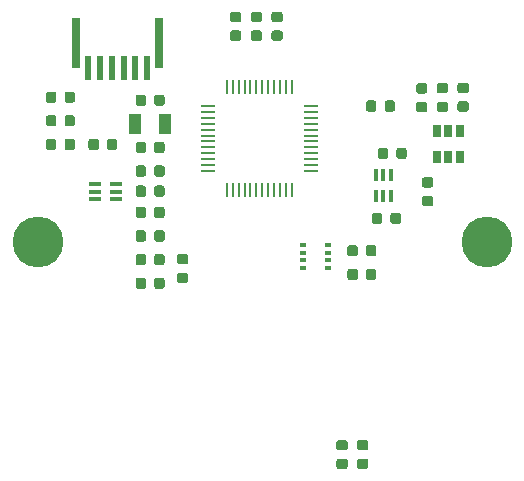
<source format=gtp>
G04 #@! TF.GenerationSoftware,KiCad,Pcbnew,(5.0.0)*
G04 #@! TF.CreationDate,2019-01-15T20:49:06+01:00*
G04 #@! TF.ProjectId,nrf24l01-node,6E726632346C30312D6E6F64652E6B69,rev?*
G04 #@! TF.SameCoordinates,Original*
G04 #@! TF.FileFunction,Paste,Top*
G04 #@! TF.FilePolarity,Positive*
%FSLAX46Y46*%
G04 Gerber Fmt 4.6, Leading zero omitted, Abs format (unit mm)*
G04 Created by KiCad (PCBNEW (5.0.0)) date 01/15/19 20:49:06*
%MOMM*%
%LPD*%
G01*
G04 APERTURE LIST*
%ADD10C,4.300000*%
%ADD11C,0.100000*%
%ADD12C,0.875000*%
%ADD13R,1.000000X0.300000*%
%ADD14R,0.700000X4.200000*%
%ADD15R,0.600000X2.000000*%
%ADD16R,1.000000X1.800000*%
%ADD17R,0.300000X1.000000*%
%ADD18R,1.300000X0.250000*%
%ADD19R,0.250000X1.300000*%
%ADD20R,0.650000X1.060000*%
%ADD21R,0.500000X0.350000*%
G04 APERTURE END LIST*
D10*
G04 #@! TO.C,REF\002A\002A*
X55750000Y-147500000D03*
G04 #@! TD*
G04 #@! TO.C,REF\002A\002A*
X93750000Y-147500000D03*
G04 #@! TD*
D11*
G04 #@! TO.C,C19*
G36*
X68277691Y-150101053D02*
X68298926Y-150104203D01*
X68319750Y-150109419D01*
X68339962Y-150116651D01*
X68359368Y-150125830D01*
X68377781Y-150136866D01*
X68395024Y-150149654D01*
X68410930Y-150164070D01*
X68425346Y-150179976D01*
X68438134Y-150197219D01*
X68449170Y-150215632D01*
X68458349Y-150235038D01*
X68465581Y-150255250D01*
X68470797Y-150276074D01*
X68473947Y-150297309D01*
X68475000Y-150318750D01*
X68475000Y-150756250D01*
X68473947Y-150777691D01*
X68470797Y-150798926D01*
X68465581Y-150819750D01*
X68458349Y-150839962D01*
X68449170Y-150859368D01*
X68438134Y-150877781D01*
X68425346Y-150895024D01*
X68410930Y-150910930D01*
X68395024Y-150925346D01*
X68377781Y-150938134D01*
X68359368Y-150949170D01*
X68339962Y-150958349D01*
X68319750Y-150965581D01*
X68298926Y-150970797D01*
X68277691Y-150973947D01*
X68256250Y-150975000D01*
X67743750Y-150975000D01*
X67722309Y-150973947D01*
X67701074Y-150970797D01*
X67680250Y-150965581D01*
X67660038Y-150958349D01*
X67640632Y-150949170D01*
X67622219Y-150938134D01*
X67604976Y-150925346D01*
X67589070Y-150910930D01*
X67574654Y-150895024D01*
X67561866Y-150877781D01*
X67550830Y-150859368D01*
X67541651Y-150839962D01*
X67534419Y-150819750D01*
X67529203Y-150798926D01*
X67526053Y-150777691D01*
X67525000Y-150756250D01*
X67525000Y-150318750D01*
X67526053Y-150297309D01*
X67529203Y-150276074D01*
X67534419Y-150255250D01*
X67541651Y-150235038D01*
X67550830Y-150215632D01*
X67561866Y-150197219D01*
X67574654Y-150179976D01*
X67589070Y-150164070D01*
X67604976Y-150149654D01*
X67622219Y-150136866D01*
X67640632Y-150125830D01*
X67660038Y-150116651D01*
X67680250Y-150109419D01*
X67701074Y-150104203D01*
X67722309Y-150101053D01*
X67743750Y-150100000D01*
X68256250Y-150100000D01*
X68277691Y-150101053D01*
X68277691Y-150101053D01*
G37*
D12*
X68000000Y-150537500D03*
D11*
G36*
X68277691Y-148526053D02*
X68298926Y-148529203D01*
X68319750Y-148534419D01*
X68339962Y-148541651D01*
X68359368Y-148550830D01*
X68377781Y-148561866D01*
X68395024Y-148574654D01*
X68410930Y-148589070D01*
X68425346Y-148604976D01*
X68438134Y-148622219D01*
X68449170Y-148640632D01*
X68458349Y-148660038D01*
X68465581Y-148680250D01*
X68470797Y-148701074D01*
X68473947Y-148722309D01*
X68475000Y-148743750D01*
X68475000Y-149181250D01*
X68473947Y-149202691D01*
X68470797Y-149223926D01*
X68465581Y-149244750D01*
X68458349Y-149264962D01*
X68449170Y-149284368D01*
X68438134Y-149302781D01*
X68425346Y-149320024D01*
X68410930Y-149335930D01*
X68395024Y-149350346D01*
X68377781Y-149363134D01*
X68359368Y-149374170D01*
X68339962Y-149383349D01*
X68319750Y-149390581D01*
X68298926Y-149395797D01*
X68277691Y-149398947D01*
X68256250Y-149400000D01*
X67743750Y-149400000D01*
X67722309Y-149398947D01*
X67701074Y-149395797D01*
X67680250Y-149390581D01*
X67660038Y-149383349D01*
X67640632Y-149374170D01*
X67622219Y-149363134D01*
X67604976Y-149350346D01*
X67589070Y-149335930D01*
X67574654Y-149320024D01*
X67561866Y-149302781D01*
X67550830Y-149284368D01*
X67541651Y-149264962D01*
X67534419Y-149244750D01*
X67529203Y-149223926D01*
X67526053Y-149202691D01*
X67525000Y-149181250D01*
X67525000Y-148743750D01*
X67526053Y-148722309D01*
X67529203Y-148701074D01*
X67534419Y-148680250D01*
X67541651Y-148660038D01*
X67550830Y-148640632D01*
X67561866Y-148622219D01*
X67574654Y-148604976D01*
X67589070Y-148589070D01*
X67604976Y-148574654D01*
X67622219Y-148561866D01*
X67640632Y-148550830D01*
X67660038Y-148541651D01*
X67680250Y-148534419D01*
X67701074Y-148529203D01*
X67722309Y-148526053D01*
X67743750Y-148525000D01*
X68256250Y-148525000D01*
X68277691Y-148526053D01*
X68277691Y-148526053D01*
G37*
D12*
X68000000Y-148962500D03*
G04 #@! TD*
D11*
G04 #@! TO.C,C4*
G36*
X62277691Y-138776053D02*
X62298926Y-138779203D01*
X62319750Y-138784419D01*
X62339962Y-138791651D01*
X62359368Y-138800830D01*
X62377781Y-138811866D01*
X62395024Y-138824654D01*
X62410930Y-138839070D01*
X62425346Y-138854976D01*
X62438134Y-138872219D01*
X62449170Y-138890632D01*
X62458349Y-138910038D01*
X62465581Y-138930250D01*
X62470797Y-138951074D01*
X62473947Y-138972309D01*
X62475000Y-138993750D01*
X62475000Y-139506250D01*
X62473947Y-139527691D01*
X62470797Y-139548926D01*
X62465581Y-139569750D01*
X62458349Y-139589962D01*
X62449170Y-139609368D01*
X62438134Y-139627781D01*
X62425346Y-139645024D01*
X62410930Y-139660930D01*
X62395024Y-139675346D01*
X62377781Y-139688134D01*
X62359368Y-139699170D01*
X62339962Y-139708349D01*
X62319750Y-139715581D01*
X62298926Y-139720797D01*
X62277691Y-139723947D01*
X62256250Y-139725000D01*
X61818750Y-139725000D01*
X61797309Y-139723947D01*
X61776074Y-139720797D01*
X61755250Y-139715581D01*
X61735038Y-139708349D01*
X61715632Y-139699170D01*
X61697219Y-139688134D01*
X61679976Y-139675346D01*
X61664070Y-139660930D01*
X61649654Y-139645024D01*
X61636866Y-139627781D01*
X61625830Y-139609368D01*
X61616651Y-139589962D01*
X61609419Y-139569750D01*
X61604203Y-139548926D01*
X61601053Y-139527691D01*
X61600000Y-139506250D01*
X61600000Y-138993750D01*
X61601053Y-138972309D01*
X61604203Y-138951074D01*
X61609419Y-138930250D01*
X61616651Y-138910038D01*
X61625830Y-138890632D01*
X61636866Y-138872219D01*
X61649654Y-138854976D01*
X61664070Y-138839070D01*
X61679976Y-138824654D01*
X61697219Y-138811866D01*
X61715632Y-138800830D01*
X61735038Y-138791651D01*
X61755250Y-138784419D01*
X61776074Y-138779203D01*
X61797309Y-138776053D01*
X61818750Y-138775000D01*
X62256250Y-138775000D01*
X62277691Y-138776053D01*
X62277691Y-138776053D01*
G37*
D12*
X62037500Y-139250000D03*
D11*
G36*
X60702691Y-138776053D02*
X60723926Y-138779203D01*
X60744750Y-138784419D01*
X60764962Y-138791651D01*
X60784368Y-138800830D01*
X60802781Y-138811866D01*
X60820024Y-138824654D01*
X60835930Y-138839070D01*
X60850346Y-138854976D01*
X60863134Y-138872219D01*
X60874170Y-138890632D01*
X60883349Y-138910038D01*
X60890581Y-138930250D01*
X60895797Y-138951074D01*
X60898947Y-138972309D01*
X60900000Y-138993750D01*
X60900000Y-139506250D01*
X60898947Y-139527691D01*
X60895797Y-139548926D01*
X60890581Y-139569750D01*
X60883349Y-139589962D01*
X60874170Y-139609368D01*
X60863134Y-139627781D01*
X60850346Y-139645024D01*
X60835930Y-139660930D01*
X60820024Y-139675346D01*
X60802781Y-139688134D01*
X60784368Y-139699170D01*
X60764962Y-139708349D01*
X60744750Y-139715581D01*
X60723926Y-139720797D01*
X60702691Y-139723947D01*
X60681250Y-139725000D01*
X60243750Y-139725000D01*
X60222309Y-139723947D01*
X60201074Y-139720797D01*
X60180250Y-139715581D01*
X60160038Y-139708349D01*
X60140632Y-139699170D01*
X60122219Y-139688134D01*
X60104976Y-139675346D01*
X60089070Y-139660930D01*
X60074654Y-139645024D01*
X60061866Y-139627781D01*
X60050830Y-139609368D01*
X60041651Y-139589962D01*
X60034419Y-139569750D01*
X60029203Y-139548926D01*
X60026053Y-139527691D01*
X60025000Y-139506250D01*
X60025000Y-138993750D01*
X60026053Y-138972309D01*
X60029203Y-138951074D01*
X60034419Y-138930250D01*
X60041651Y-138910038D01*
X60050830Y-138890632D01*
X60061866Y-138872219D01*
X60074654Y-138854976D01*
X60089070Y-138839070D01*
X60104976Y-138824654D01*
X60122219Y-138811866D01*
X60140632Y-138800830D01*
X60160038Y-138791651D01*
X60180250Y-138784419D01*
X60201074Y-138779203D01*
X60222309Y-138776053D01*
X60243750Y-138775000D01*
X60681250Y-138775000D01*
X60702691Y-138776053D01*
X60702691Y-138776053D01*
G37*
D12*
X60462500Y-139250000D03*
G04 #@! TD*
D13*
G04 #@! TO.C,IC4*
X60600000Y-142625000D03*
X60600000Y-143250000D03*
X60600000Y-143875000D03*
X62400000Y-143875000D03*
X62400000Y-143250000D03*
X62400000Y-142625000D03*
G04 #@! TD*
D11*
G04 #@! TO.C,R8*
G36*
X64702691Y-150526053D02*
X64723926Y-150529203D01*
X64744750Y-150534419D01*
X64764962Y-150541651D01*
X64784368Y-150550830D01*
X64802781Y-150561866D01*
X64820024Y-150574654D01*
X64835930Y-150589070D01*
X64850346Y-150604976D01*
X64863134Y-150622219D01*
X64874170Y-150640632D01*
X64883349Y-150660038D01*
X64890581Y-150680250D01*
X64895797Y-150701074D01*
X64898947Y-150722309D01*
X64900000Y-150743750D01*
X64900000Y-151256250D01*
X64898947Y-151277691D01*
X64895797Y-151298926D01*
X64890581Y-151319750D01*
X64883349Y-151339962D01*
X64874170Y-151359368D01*
X64863134Y-151377781D01*
X64850346Y-151395024D01*
X64835930Y-151410930D01*
X64820024Y-151425346D01*
X64802781Y-151438134D01*
X64784368Y-151449170D01*
X64764962Y-151458349D01*
X64744750Y-151465581D01*
X64723926Y-151470797D01*
X64702691Y-151473947D01*
X64681250Y-151475000D01*
X64243750Y-151475000D01*
X64222309Y-151473947D01*
X64201074Y-151470797D01*
X64180250Y-151465581D01*
X64160038Y-151458349D01*
X64140632Y-151449170D01*
X64122219Y-151438134D01*
X64104976Y-151425346D01*
X64089070Y-151410930D01*
X64074654Y-151395024D01*
X64061866Y-151377781D01*
X64050830Y-151359368D01*
X64041651Y-151339962D01*
X64034419Y-151319750D01*
X64029203Y-151298926D01*
X64026053Y-151277691D01*
X64025000Y-151256250D01*
X64025000Y-150743750D01*
X64026053Y-150722309D01*
X64029203Y-150701074D01*
X64034419Y-150680250D01*
X64041651Y-150660038D01*
X64050830Y-150640632D01*
X64061866Y-150622219D01*
X64074654Y-150604976D01*
X64089070Y-150589070D01*
X64104976Y-150574654D01*
X64122219Y-150561866D01*
X64140632Y-150550830D01*
X64160038Y-150541651D01*
X64180250Y-150534419D01*
X64201074Y-150529203D01*
X64222309Y-150526053D01*
X64243750Y-150525000D01*
X64681250Y-150525000D01*
X64702691Y-150526053D01*
X64702691Y-150526053D01*
G37*
D12*
X64462500Y-151000000D03*
D11*
G36*
X66277691Y-150526053D02*
X66298926Y-150529203D01*
X66319750Y-150534419D01*
X66339962Y-150541651D01*
X66359368Y-150550830D01*
X66377781Y-150561866D01*
X66395024Y-150574654D01*
X66410930Y-150589070D01*
X66425346Y-150604976D01*
X66438134Y-150622219D01*
X66449170Y-150640632D01*
X66458349Y-150660038D01*
X66465581Y-150680250D01*
X66470797Y-150701074D01*
X66473947Y-150722309D01*
X66475000Y-150743750D01*
X66475000Y-151256250D01*
X66473947Y-151277691D01*
X66470797Y-151298926D01*
X66465581Y-151319750D01*
X66458349Y-151339962D01*
X66449170Y-151359368D01*
X66438134Y-151377781D01*
X66425346Y-151395024D01*
X66410930Y-151410930D01*
X66395024Y-151425346D01*
X66377781Y-151438134D01*
X66359368Y-151449170D01*
X66339962Y-151458349D01*
X66319750Y-151465581D01*
X66298926Y-151470797D01*
X66277691Y-151473947D01*
X66256250Y-151475000D01*
X65818750Y-151475000D01*
X65797309Y-151473947D01*
X65776074Y-151470797D01*
X65755250Y-151465581D01*
X65735038Y-151458349D01*
X65715632Y-151449170D01*
X65697219Y-151438134D01*
X65679976Y-151425346D01*
X65664070Y-151410930D01*
X65649654Y-151395024D01*
X65636866Y-151377781D01*
X65625830Y-151359368D01*
X65616651Y-151339962D01*
X65609419Y-151319750D01*
X65604203Y-151298926D01*
X65601053Y-151277691D01*
X65600000Y-151256250D01*
X65600000Y-150743750D01*
X65601053Y-150722309D01*
X65604203Y-150701074D01*
X65609419Y-150680250D01*
X65616651Y-150660038D01*
X65625830Y-150640632D01*
X65636866Y-150622219D01*
X65649654Y-150604976D01*
X65664070Y-150589070D01*
X65679976Y-150574654D01*
X65697219Y-150561866D01*
X65715632Y-150550830D01*
X65735038Y-150541651D01*
X65755250Y-150534419D01*
X65776074Y-150529203D01*
X65797309Y-150526053D01*
X65818750Y-150525000D01*
X66256250Y-150525000D01*
X66277691Y-150526053D01*
X66277691Y-150526053D01*
G37*
D12*
X66037500Y-151000000D03*
G04 #@! TD*
D11*
G04 #@! TO.C,R7*
G36*
X66277691Y-148526053D02*
X66298926Y-148529203D01*
X66319750Y-148534419D01*
X66339962Y-148541651D01*
X66359368Y-148550830D01*
X66377781Y-148561866D01*
X66395024Y-148574654D01*
X66410930Y-148589070D01*
X66425346Y-148604976D01*
X66438134Y-148622219D01*
X66449170Y-148640632D01*
X66458349Y-148660038D01*
X66465581Y-148680250D01*
X66470797Y-148701074D01*
X66473947Y-148722309D01*
X66475000Y-148743750D01*
X66475000Y-149256250D01*
X66473947Y-149277691D01*
X66470797Y-149298926D01*
X66465581Y-149319750D01*
X66458349Y-149339962D01*
X66449170Y-149359368D01*
X66438134Y-149377781D01*
X66425346Y-149395024D01*
X66410930Y-149410930D01*
X66395024Y-149425346D01*
X66377781Y-149438134D01*
X66359368Y-149449170D01*
X66339962Y-149458349D01*
X66319750Y-149465581D01*
X66298926Y-149470797D01*
X66277691Y-149473947D01*
X66256250Y-149475000D01*
X65818750Y-149475000D01*
X65797309Y-149473947D01*
X65776074Y-149470797D01*
X65755250Y-149465581D01*
X65735038Y-149458349D01*
X65715632Y-149449170D01*
X65697219Y-149438134D01*
X65679976Y-149425346D01*
X65664070Y-149410930D01*
X65649654Y-149395024D01*
X65636866Y-149377781D01*
X65625830Y-149359368D01*
X65616651Y-149339962D01*
X65609419Y-149319750D01*
X65604203Y-149298926D01*
X65601053Y-149277691D01*
X65600000Y-149256250D01*
X65600000Y-148743750D01*
X65601053Y-148722309D01*
X65604203Y-148701074D01*
X65609419Y-148680250D01*
X65616651Y-148660038D01*
X65625830Y-148640632D01*
X65636866Y-148622219D01*
X65649654Y-148604976D01*
X65664070Y-148589070D01*
X65679976Y-148574654D01*
X65697219Y-148561866D01*
X65715632Y-148550830D01*
X65735038Y-148541651D01*
X65755250Y-148534419D01*
X65776074Y-148529203D01*
X65797309Y-148526053D01*
X65818750Y-148525000D01*
X66256250Y-148525000D01*
X66277691Y-148526053D01*
X66277691Y-148526053D01*
G37*
D12*
X66037500Y-149000000D03*
D11*
G36*
X64702691Y-148526053D02*
X64723926Y-148529203D01*
X64744750Y-148534419D01*
X64764962Y-148541651D01*
X64784368Y-148550830D01*
X64802781Y-148561866D01*
X64820024Y-148574654D01*
X64835930Y-148589070D01*
X64850346Y-148604976D01*
X64863134Y-148622219D01*
X64874170Y-148640632D01*
X64883349Y-148660038D01*
X64890581Y-148680250D01*
X64895797Y-148701074D01*
X64898947Y-148722309D01*
X64900000Y-148743750D01*
X64900000Y-149256250D01*
X64898947Y-149277691D01*
X64895797Y-149298926D01*
X64890581Y-149319750D01*
X64883349Y-149339962D01*
X64874170Y-149359368D01*
X64863134Y-149377781D01*
X64850346Y-149395024D01*
X64835930Y-149410930D01*
X64820024Y-149425346D01*
X64802781Y-149438134D01*
X64784368Y-149449170D01*
X64764962Y-149458349D01*
X64744750Y-149465581D01*
X64723926Y-149470797D01*
X64702691Y-149473947D01*
X64681250Y-149475000D01*
X64243750Y-149475000D01*
X64222309Y-149473947D01*
X64201074Y-149470797D01*
X64180250Y-149465581D01*
X64160038Y-149458349D01*
X64140632Y-149449170D01*
X64122219Y-149438134D01*
X64104976Y-149425346D01*
X64089070Y-149410930D01*
X64074654Y-149395024D01*
X64061866Y-149377781D01*
X64050830Y-149359368D01*
X64041651Y-149339962D01*
X64034419Y-149319750D01*
X64029203Y-149298926D01*
X64026053Y-149277691D01*
X64025000Y-149256250D01*
X64025000Y-148743750D01*
X64026053Y-148722309D01*
X64029203Y-148701074D01*
X64034419Y-148680250D01*
X64041651Y-148660038D01*
X64050830Y-148640632D01*
X64061866Y-148622219D01*
X64074654Y-148604976D01*
X64089070Y-148589070D01*
X64104976Y-148574654D01*
X64122219Y-148561866D01*
X64140632Y-148550830D01*
X64160038Y-148541651D01*
X64180250Y-148534419D01*
X64201074Y-148529203D01*
X64222309Y-148526053D01*
X64243750Y-148525000D01*
X64681250Y-148525000D01*
X64702691Y-148526053D01*
X64702691Y-148526053D01*
G37*
D12*
X64462500Y-149000000D03*
G04 #@! TD*
D14*
G04 #@! TO.C,CON1*
X66000000Y-130650000D03*
D15*
X65000000Y-132750000D03*
X64000000Y-132750000D03*
X63000000Y-132750000D03*
X62000000Y-132750000D03*
X61000000Y-132750000D03*
X60000000Y-132750000D03*
D14*
X59000000Y-130650000D03*
G04 #@! TD*
D11*
G04 #@! TO.C,C18*
G36*
X76277691Y-128026053D02*
X76298926Y-128029203D01*
X76319750Y-128034419D01*
X76339962Y-128041651D01*
X76359368Y-128050830D01*
X76377781Y-128061866D01*
X76395024Y-128074654D01*
X76410930Y-128089070D01*
X76425346Y-128104976D01*
X76438134Y-128122219D01*
X76449170Y-128140632D01*
X76458349Y-128160038D01*
X76465581Y-128180250D01*
X76470797Y-128201074D01*
X76473947Y-128222309D01*
X76475000Y-128243750D01*
X76475000Y-128681250D01*
X76473947Y-128702691D01*
X76470797Y-128723926D01*
X76465581Y-128744750D01*
X76458349Y-128764962D01*
X76449170Y-128784368D01*
X76438134Y-128802781D01*
X76425346Y-128820024D01*
X76410930Y-128835930D01*
X76395024Y-128850346D01*
X76377781Y-128863134D01*
X76359368Y-128874170D01*
X76339962Y-128883349D01*
X76319750Y-128890581D01*
X76298926Y-128895797D01*
X76277691Y-128898947D01*
X76256250Y-128900000D01*
X75743750Y-128900000D01*
X75722309Y-128898947D01*
X75701074Y-128895797D01*
X75680250Y-128890581D01*
X75660038Y-128883349D01*
X75640632Y-128874170D01*
X75622219Y-128863134D01*
X75604976Y-128850346D01*
X75589070Y-128835930D01*
X75574654Y-128820024D01*
X75561866Y-128802781D01*
X75550830Y-128784368D01*
X75541651Y-128764962D01*
X75534419Y-128744750D01*
X75529203Y-128723926D01*
X75526053Y-128702691D01*
X75525000Y-128681250D01*
X75525000Y-128243750D01*
X75526053Y-128222309D01*
X75529203Y-128201074D01*
X75534419Y-128180250D01*
X75541651Y-128160038D01*
X75550830Y-128140632D01*
X75561866Y-128122219D01*
X75574654Y-128104976D01*
X75589070Y-128089070D01*
X75604976Y-128074654D01*
X75622219Y-128061866D01*
X75640632Y-128050830D01*
X75660038Y-128041651D01*
X75680250Y-128034419D01*
X75701074Y-128029203D01*
X75722309Y-128026053D01*
X75743750Y-128025000D01*
X76256250Y-128025000D01*
X76277691Y-128026053D01*
X76277691Y-128026053D01*
G37*
D12*
X76000000Y-128462500D03*
D11*
G36*
X76277691Y-129601053D02*
X76298926Y-129604203D01*
X76319750Y-129609419D01*
X76339962Y-129616651D01*
X76359368Y-129625830D01*
X76377781Y-129636866D01*
X76395024Y-129649654D01*
X76410930Y-129664070D01*
X76425346Y-129679976D01*
X76438134Y-129697219D01*
X76449170Y-129715632D01*
X76458349Y-129735038D01*
X76465581Y-129755250D01*
X76470797Y-129776074D01*
X76473947Y-129797309D01*
X76475000Y-129818750D01*
X76475000Y-130256250D01*
X76473947Y-130277691D01*
X76470797Y-130298926D01*
X76465581Y-130319750D01*
X76458349Y-130339962D01*
X76449170Y-130359368D01*
X76438134Y-130377781D01*
X76425346Y-130395024D01*
X76410930Y-130410930D01*
X76395024Y-130425346D01*
X76377781Y-130438134D01*
X76359368Y-130449170D01*
X76339962Y-130458349D01*
X76319750Y-130465581D01*
X76298926Y-130470797D01*
X76277691Y-130473947D01*
X76256250Y-130475000D01*
X75743750Y-130475000D01*
X75722309Y-130473947D01*
X75701074Y-130470797D01*
X75680250Y-130465581D01*
X75660038Y-130458349D01*
X75640632Y-130449170D01*
X75622219Y-130438134D01*
X75604976Y-130425346D01*
X75589070Y-130410930D01*
X75574654Y-130395024D01*
X75561866Y-130377781D01*
X75550830Y-130359368D01*
X75541651Y-130339962D01*
X75534419Y-130319750D01*
X75529203Y-130298926D01*
X75526053Y-130277691D01*
X75525000Y-130256250D01*
X75525000Y-129818750D01*
X75526053Y-129797309D01*
X75529203Y-129776074D01*
X75534419Y-129755250D01*
X75541651Y-129735038D01*
X75550830Y-129715632D01*
X75561866Y-129697219D01*
X75574654Y-129679976D01*
X75589070Y-129664070D01*
X75604976Y-129649654D01*
X75622219Y-129636866D01*
X75640632Y-129625830D01*
X75660038Y-129616651D01*
X75680250Y-129609419D01*
X75701074Y-129604203D01*
X75722309Y-129601053D01*
X75743750Y-129600000D01*
X76256250Y-129600000D01*
X76277691Y-129601053D01*
X76277691Y-129601053D01*
G37*
D12*
X76000000Y-130037500D03*
G04 #@! TD*
D11*
G04 #@! TO.C,R4*
G36*
X57107692Y-138776053D02*
X57128927Y-138779203D01*
X57149751Y-138784419D01*
X57169963Y-138791651D01*
X57189369Y-138800830D01*
X57207782Y-138811866D01*
X57225025Y-138824654D01*
X57240931Y-138839070D01*
X57255347Y-138854976D01*
X57268135Y-138872219D01*
X57279171Y-138890632D01*
X57288350Y-138910038D01*
X57295582Y-138930250D01*
X57300798Y-138951074D01*
X57303948Y-138972309D01*
X57305001Y-138993750D01*
X57305001Y-139506250D01*
X57303948Y-139527691D01*
X57300798Y-139548926D01*
X57295582Y-139569750D01*
X57288350Y-139589962D01*
X57279171Y-139609368D01*
X57268135Y-139627781D01*
X57255347Y-139645024D01*
X57240931Y-139660930D01*
X57225025Y-139675346D01*
X57207782Y-139688134D01*
X57189369Y-139699170D01*
X57169963Y-139708349D01*
X57149751Y-139715581D01*
X57128927Y-139720797D01*
X57107692Y-139723947D01*
X57086251Y-139725000D01*
X56648751Y-139725000D01*
X56627310Y-139723947D01*
X56606075Y-139720797D01*
X56585251Y-139715581D01*
X56565039Y-139708349D01*
X56545633Y-139699170D01*
X56527220Y-139688134D01*
X56509977Y-139675346D01*
X56494071Y-139660930D01*
X56479655Y-139645024D01*
X56466867Y-139627781D01*
X56455831Y-139609368D01*
X56446652Y-139589962D01*
X56439420Y-139569750D01*
X56434204Y-139548926D01*
X56431054Y-139527691D01*
X56430001Y-139506250D01*
X56430001Y-138993750D01*
X56431054Y-138972309D01*
X56434204Y-138951074D01*
X56439420Y-138930250D01*
X56446652Y-138910038D01*
X56455831Y-138890632D01*
X56466867Y-138872219D01*
X56479655Y-138854976D01*
X56494071Y-138839070D01*
X56509977Y-138824654D01*
X56527220Y-138811866D01*
X56545633Y-138800830D01*
X56565039Y-138791651D01*
X56585251Y-138784419D01*
X56606075Y-138779203D01*
X56627310Y-138776053D01*
X56648751Y-138775000D01*
X57086251Y-138775000D01*
X57107692Y-138776053D01*
X57107692Y-138776053D01*
G37*
D12*
X56867501Y-139250000D03*
D11*
G36*
X58682692Y-138776053D02*
X58703927Y-138779203D01*
X58724751Y-138784419D01*
X58744963Y-138791651D01*
X58764369Y-138800830D01*
X58782782Y-138811866D01*
X58800025Y-138824654D01*
X58815931Y-138839070D01*
X58830347Y-138854976D01*
X58843135Y-138872219D01*
X58854171Y-138890632D01*
X58863350Y-138910038D01*
X58870582Y-138930250D01*
X58875798Y-138951074D01*
X58878948Y-138972309D01*
X58880001Y-138993750D01*
X58880001Y-139506250D01*
X58878948Y-139527691D01*
X58875798Y-139548926D01*
X58870582Y-139569750D01*
X58863350Y-139589962D01*
X58854171Y-139609368D01*
X58843135Y-139627781D01*
X58830347Y-139645024D01*
X58815931Y-139660930D01*
X58800025Y-139675346D01*
X58782782Y-139688134D01*
X58764369Y-139699170D01*
X58744963Y-139708349D01*
X58724751Y-139715581D01*
X58703927Y-139720797D01*
X58682692Y-139723947D01*
X58661251Y-139725000D01*
X58223751Y-139725000D01*
X58202310Y-139723947D01*
X58181075Y-139720797D01*
X58160251Y-139715581D01*
X58140039Y-139708349D01*
X58120633Y-139699170D01*
X58102220Y-139688134D01*
X58084977Y-139675346D01*
X58069071Y-139660930D01*
X58054655Y-139645024D01*
X58041867Y-139627781D01*
X58030831Y-139609368D01*
X58021652Y-139589962D01*
X58014420Y-139569750D01*
X58009204Y-139548926D01*
X58006054Y-139527691D01*
X58005001Y-139506250D01*
X58005001Y-138993750D01*
X58006054Y-138972309D01*
X58009204Y-138951074D01*
X58014420Y-138930250D01*
X58021652Y-138910038D01*
X58030831Y-138890632D01*
X58041867Y-138872219D01*
X58054655Y-138854976D01*
X58069071Y-138839070D01*
X58084977Y-138824654D01*
X58102220Y-138811866D01*
X58120633Y-138800830D01*
X58140039Y-138791651D01*
X58160251Y-138784419D01*
X58181075Y-138779203D01*
X58202310Y-138776053D01*
X58223751Y-138775000D01*
X58661251Y-138775000D01*
X58682692Y-138776053D01*
X58682692Y-138776053D01*
G37*
D12*
X58442501Y-139250000D03*
G04 #@! TD*
D11*
G04 #@! TO.C,R5*
G36*
X58682692Y-136776053D02*
X58703927Y-136779203D01*
X58724751Y-136784419D01*
X58744963Y-136791651D01*
X58764369Y-136800830D01*
X58782782Y-136811866D01*
X58800025Y-136824654D01*
X58815931Y-136839070D01*
X58830347Y-136854976D01*
X58843135Y-136872219D01*
X58854171Y-136890632D01*
X58863350Y-136910038D01*
X58870582Y-136930250D01*
X58875798Y-136951074D01*
X58878948Y-136972309D01*
X58880001Y-136993750D01*
X58880001Y-137506250D01*
X58878948Y-137527691D01*
X58875798Y-137548926D01*
X58870582Y-137569750D01*
X58863350Y-137589962D01*
X58854171Y-137609368D01*
X58843135Y-137627781D01*
X58830347Y-137645024D01*
X58815931Y-137660930D01*
X58800025Y-137675346D01*
X58782782Y-137688134D01*
X58764369Y-137699170D01*
X58744963Y-137708349D01*
X58724751Y-137715581D01*
X58703927Y-137720797D01*
X58682692Y-137723947D01*
X58661251Y-137725000D01*
X58223751Y-137725000D01*
X58202310Y-137723947D01*
X58181075Y-137720797D01*
X58160251Y-137715581D01*
X58140039Y-137708349D01*
X58120633Y-137699170D01*
X58102220Y-137688134D01*
X58084977Y-137675346D01*
X58069071Y-137660930D01*
X58054655Y-137645024D01*
X58041867Y-137627781D01*
X58030831Y-137609368D01*
X58021652Y-137589962D01*
X58014420Y-137569750D01*
X58009204Y-137548926D01*
X58006054Y-137527691D01*
X58005001Y-137506250D01*
X58005001Y-136993750D01*
X58006054Y-136972309D01*
X58009204Y-136951074D01*
X58014420Y-136930250D01*
X58021652Y-136910038D01*
X58030831Y-136890632D01*
X58041867Y-136872219D01*
X58054655Y-136854976D01*
X58069071Y-136839070D01*
X58084977Y-136824654D01*
X58102220Y-136811866D01*
X58120633Y-136800830D01*
X58140039Y-136791651D01*
X58160251Y-136784419D01*
X58181075Y-136779203D01*
X58202310Y-136776053D01*
X58223751Y-136775000D01*
X58661251Y-136775000D01*
X58682692Y-136776053D01*
X58682692Y-136776053D01*
G37*
D12*
X58442501Y-137250000D03*
D11*
G36*
X57107692Y-136776053D02*
X57128927Y-136779203D01*
X57149751Y-136784419D01*
X57169963Y-136791651D01*
X57189369Y-136800830D01*
X57207782Y-136811866D01*
X57225025Y-136824654D01*
X57240931Y-136839070D01*
X57255347Y-136854976D01*
X57268135Y-136872219D01*
X57279171Y-136890632D01*
X57288350Y-136910038D01*
X57295582Y-136930250D01*
X57300798Y-136951074D01*
X57303948Y-136972309D01*
X57305001Y-136993750D01*
X57305001Y-137506250D01*
X57303948Y-137527691D01*
X57300798Y-137548926D01*
X57295582Y-137569750D01*
X57288350Y-137589962D01*
X57279171Y-137609368D01*
X57268135Y-137627781D01*
X57255347Y-137645024D01*
X57240931Y-137660930D01*
X57225025Y-137675346D01*
X57207782Y-137688134D01*
X57189369Y-137699170D01*
X57169963Y-137708349D01*
X57149751Y-137715581D01*
X57128927Y-137720797D01*
X57107692Y-137723947D01*
X57086251Y-137725000D01*
X56648751Y-137725000D01*
X56627310Y-137723947D01*
X56606075Y-137720797D01*
X56585251Y-137715581D01*
X56565039Y-137708349D01*
X56545633Y-137699170D01*
X56527220Y-137688134D01*
X56509977Y-137675346D01*
X56494071Y-137660930D01*
X56479655Y-137645024D01*
X56466867Y-137627781D01*
X56455831Y-137609368D01*
X56446652Y-137589962D01*
X56439420Y-137569750D01*
X56434204Y-137548926D01*
X56431054Y-137527691D01*
X56430001Y-137506250D01*
X56430001Y-136993750D01*
X56431054Y-136972309D01*
X56434204Y-136951074D01*
X56439420Y-136930250D01*
X56446652Y-136910038D01*
X56455831Y-136890632D01*
X56466867Y-136872219D01*
X56479655Y-136854976D01*
X56494071Y-136839070D01*
X56509977Y-136824654D01*
X56527220Y-136811866D01*
X56545633Y-136800830D01*
X56565039Y-136791651D01*
X56585251Y-136784419D01*
X56606075Y-136779203D01*
X56627310Y-136776053D01*
X56648751Y-136775000D01*
X57086251Y-136775000D01*
X57107692Y-136776053D01*
X57107692Y-136776053D01*
G37*
D12*
X56867501Y-137250000D03*
G04 #@! TD*
D11*
G04 #@! TO.C,R6*
G36*
X57107692Y-134776053D02*
X57128927Y-134779203D01*
X57149751Y-134784419D01*
X57169963Y-134791651D01*
X57189369Y-134800830D01*
X57207782Y-134811866D01*
X57225025Y-134824654D01*
X57240931Y-134839070D01*
X57255347Y-134854976D01*
X57268135Y-134872219D01*
X57279171Y-134890632D01*
X57288350Y-134910038D01*
X57295582Y-134930250D01*
X57300798Y-134951074D01*
X57303948Y-134972309D01*
X57305001Y-134993750D01*
X57305001Y-135506250D01*
X57303948Y-135527691D01*
X57300798Y-135548926D01*
X57295582Y-135569750D01*
X57288350Y-135589962D01*
X57279171Y-135609368D01*
X57268135Y-135627781D01*
X57255347Y-135645024D01*
X57240931Y-135660930D01*
X57225025Y-135675346D01*
X57207782Y-135688134D01*
X57189369Y-135699170D01*
X57169963Y-135708349D01*
X57149751Y-135715581D01*
X57128927Y-135720797D01*
X57107692Y-135723947D01*
X57086251Y-135725000D01*
X56648751Y-135725000D01*
X56627310Y-135723947D01*
X56606075Y-135720797D01*
X56585251Y-135715581D01*
X56565039Y-135708349D01*
X56545633Y-135699170D01*
X56527220Y-135688134D01*
X56509977Y-135675346D01*
X56494071Y-135660930D01*
X56479655Y-135645024D01*
X56466867Y-135627781D01*
X56455831Y-135609368D01*
X56446652Y-135589962D01*
X56439420Y-135569750D01*
X56434204Y-135548926D01*
X56431054Y-135527691D01*
X56430001Y-135506250D01*
X56430001Y-134993750D01*
X56431054Y-134972309D01*
X56434204Y-134951074D01*
X56439420Y-134930250D01*
X56446652Y-134910038D01*
X56455831Y-134890632D01*
X56466867Y-134872219D01*
X56479655Y-134854976D01*
X56494071Y-134839070D01*
X56509977Y-134824654D01*
X56527220Y-134811866D01*
X56545633Y-134800830D01*
X56565039Y-134791651D01*
X56585251Y-134784419D01*
X56606075Y-134779203D01*
X56627310Y-134776053D01*
X56648751Y-134775000D01*
X57086251Y-134775000D01*
X57107692Y-134776053D01*
X57107692Y-134776053D01*
G37*
D12*
X56867501Y-135250000D03*
D11*
G36*
X58682692Y-134776053D02*
X58703927Y-134779203D01*
X58724751Y-134784419D01*
X58744963Y-134791651D01*
X58764369Y-134800830D01*
X58782782Y-134811866D01*
X58800025Y-134824654D01*
X58815931Y-134839070D01*
X58830347Y-134854976D01*
X58843135Y-134872219D01*
X58854171Y-134890632D01*
X58863350Y-134910038D01*
X58870582Y-134930250D01*
X58875798Y-134951074D01*
X58878948Y-134972309D01*
X58880001Y-134993750D01*
X58880001Y-135506250D01*
X58878948Y-135527691D01*
X58875798Y-135548926D01*
X58870582Y-135569750D01*
X58863350Y-135589962D01*
X58854171Y-135609368D01*
X58843135Y-135627781D01*
X58830347Y-135645024D01*
X58815931Y-135660930D01*
X58800025Y-135675346D01*
X58782782Y-135688134D01*
X58764369Y-135699170D01*
X58744963Y-135708349D01*
X58724751Y-135715581D01*
X58703927Y-135720797D01*
X58682692Y-135723947D01*
X58661251Y-135725000D01*
X58223751Y-135725000D01*
X58202310Y-135723947D01*
X58181075Y-135720797D01*
X58160251Y-135715581D01*
X58140039Y-135708349D01*
X58120633Y-135699170D01*
X58102220Y-135688134D01*
X58084977Y-135675346D01*
X58069071Y-135660930D01*
X58054655Y-135645024D01*
X58041867Y-135627781D01*
X58030831Y-135609368D01*
X58021652Y-135589962D01*
X58014420Y-135569750D01*
X58009204Y-135548926D01*
X58006054Y-135527691D01*
X58005001Y-135506250D01*
X58005001Y-134993750D01*
X58006054Y-134972309D01*
X58009204Y-134951074D01*
X58014420Y-134930250D01*
X58021652Y-134910038D01*
X58030831Y-134890632D01*
X58041867Y-134872219D01*
X58054655Y-134854976D01*
X58069071Y-134839070D01*
X58084977Y-134824654D01*
X58102220Y-134811866D01*
X58120633Y-134800830D01*
X58140039Y-134791651D01*
X58160251Y-134784419D01*
X58181075Y-134779203D01*
X58202310Y-134776053D01*
X58223751Y-134775000D01*
X58661251Y-134775000D01*
X58682692Y-134776053D01*
X58682692Y-134776053D01*
G37*
D12*
X58442501Y-135250000D03*
G04 #@! TD*
D11*
G04 #@! TO.C,L1*
G36*
X64702691Y-141026053D02*
X64723926Y-141029203D01*
X64744750Y-141034419D01*
X64764962Y-141041651D01*
X64784368Y-141050830D01*
X64802781Y-141061866D01*
X64820024Y-141074654D01*
X64835930Y-141089070D01*
X64850346Y-141104976D01*
X64863134Y-141122219D01*
X64874170Y-141140632D01*
X64883349Y-141160038D01*
X64890581Y-141180250D01*
X64895797Y-141201074D01*
X64898947Y-141222309D01*
X64900000Y-141243750D01*
X64900000Y-141756250D01*
X64898947Y-141777691D01*
X64895797Y-141798926D01*
X64890581Y-141819750D01*
X64883349Y-141839962D01*
X64874170Y-141859368D01*
X64863134Y-141877781D01*
X64850346Y-141895024D01*
X64835930Y-141910930D01*
X64820024Y-141925346D01*
X64802781Y-141938134D01*
X64784368Y-141949170D01*
X64764962Y-141958349D01*
X64744750Y-141965581D01*
X64723926Y-141970797D01*
X64702691Y-141973947D01*
X64681250Y-141975000D01*
X64243750Y-141975000D01*
X64222309Y-141973947D01*
X64201074Y-141970797D01*
X64180250Y-141965581D01*
X64160038Y-141958349D01*
X64140632Y-141949170D01*
X64122219Y-141938134D01*
X64104976Y-141925346D01*
X64089070Y-141910930D01*
X64074654Y-141895024D01*
X64061866Y-141877781D01*
X64050830Y-141859368D01*
X64041651Y-141839962D01*
X64034419Y-141819750D01*
X64029203Y-141798926D01*
X64026053Y-141777691D01*
X64025000Y-141756250D01*
X64025000Y-141243750D01*
X64026053Y-141222309D01*
X64029203Y-141201074D01*
X64034419Y-141180250D01*
X64041651Y-141160038D01*
X64050830Y-141140632D01*
X64061866Y-141122219D01*
X64074654Y-141104976D01*
X64089070Y-141089070D01*
X64104976Y-141074654D01*
X64122219Y-141061866D01*
X64140632Y-141050830D01*
X64160038Y-141041651D01*
X64180250Y-141034419D01*
X64201074Y-141029203D01*
X64222309Y-141026053D01*
X64243750Y-141025000D01*
X64681250Y-141025000D01*
X64702691Y-141026053D01*
X64702691Y-141026053D01*
G37*
D12*
X64462500Y-141500000D03*
D11*
G36*
X66277691Y-141026053D02*
X66298926Y-141029203D01*
X66319750Y-141034419D01*
X66339962Y-141041651D01*
X66359368Y-141050830D01*
X66377781Y-141061866D01*
X66395024Y-141074654D01*
X66410930Y-141089070D01*
X66425346Y-141104976D01*
X66438134Y-141122219D01*
X66449170Y-141140632D01*
X66458349Y-141160038D01*
X66465581Y-141180250D01*
X66470797Y-141201074D01*
X66473947Y-141222309D01*
X66475000Y-141243750D01*
X66475000Y-141756250D01*
X66473947Y-141777691D01*
X66470797Y-141798926D01*
X66465581Y-141819750D01*
X66458349Y-141839962D01*
X66449170Y-141859368D01*
X66438134Y-141877781D01*
X66425346Y-141895024D01*
X66410930Y-141910930D01*
X66395024Y-141925346D01*
X66377781Y-141938134D01*
X66359368Y-141949170D01*
X66339962Y-141958349D01*
X66319750Y-141965581D01*
X66298926Y-141970797D01*
X66277691Y-141973947D01*
X66256250Y-141975000D01*
X65818750Y-141975000D01*
X65797309Y-141973947D01*
X65776074Y-141970797D01*
X65755250Y-141965581D01*
X65735038Y-141958349D01*
X65715632Y-141949170D01*
X65697219Y-141938134D01*
X65679976Y-141925346D01*
X65664070Y-141910930D01*
X65649654Y-141895024D01*
X65636866Y-141877781D01*
X65625830Y-141859368D01*
X65616651Y-141839962D01*
X65609419Y-141819750D01*
X65604203Y-141798926D01*
X65601053Y-141777691D01*
X65600000Y-141756250D01*
X65600000Y-141243750D01*
X65601053Y-141222309D01*
X65604203Y-141201074D01*
X65609419Y-141180250D01*
X65616651Y-141160038D01*
X65625830Y-141140632D01*
X65636866Y-141122219D01*
X65649654Y-141104976D01*
X65664070Y-141089070D01*
X65679976Y-141074654D01*
X65697219Y-141061866D01*
X65715632Y-141050830D01*
X65735038Y-141041651D01*
X65755250Y-141034419D01*
X65776074Y-141029203D01*
X65797309Y-141026053D01*
X65818750Y-141025000D01*
X66256250Y-141025000D01*
X66277691Y-141026053D01*
X66277691Y-141026053D01*
G37*
D12*
X66037500Y-141500000D03*
G04 #@! TD*
D11*
G04 #@! TO.C,C3*
G36*
X64702691Y-135026053D02*
X64723926Y-135029203D01*
X64744750Y-135034419D01*
X64764962Y-135041651D01*
X64784368Y-135050830D01*
X64802781Y-135061866D01*
X64820024Y-135074654D01*
X64835930Y-135089070D01*
X64850346Y-135104976D01*
X64863134Y-135122219D01*
X64874170Y-135140632D01*
X64883349Y-135160038D01*
X64890581Y-135180250D01*
X64895797Y-135201074D01*
X64898947Y-135222309D01*
X64900000Y-135243750D01*
X64900000Y-135756250D01*
X64898947Y-135777691D01*
X64895797Y-135798926D01*
X64890581Y-135819750D01*
X64883349Y-135839962D01*
X64874170Y-135859368D01*
X64863134Y-135877781D01*
X64850346Y-135895024D01*
X64835930Y-135910930D01*
X64820024Y-135925346D01*
X64802781Y-135938134D01*
X64784368Y-135949170D01*
X64764962Y-135958349D01*
X64744750Y-135965581D01*
X64723926Y-135970797D01*
X64702691Y-135973947D01*
X64681250Y-135975000D01*
X64243750Y-135975000D01*
X64222309Y-135973947D01*
X64201074Y-135970797D01*
X64180250Y-135965581D01*
X64160038Y-135958349D01*
X64140632Y-135949170D01*
X64122219Y-135938134D01*
X64104976Y-135925346D01*
X64089070Y-135910930D01*
X64074654Y-135895024D01*
X64061866Y-135877781D01*
X64050830Y-135859368D01*
X64041651Y-135839962D01*
X64034419Y-135819750D01*
X64029203Y-135798926D01*
X64026053Y-135777691D01*
X64025000Y-135756250D01*
X64025000Y-135243750D01*
X64026053Y-135222309D01*
X64029203Y-135201074D01*
X64034419Y-135180250D01*
X64041651Y-135160038D01*
X64050830Y-135140632D01*
X64061866Y-135122219D01*
X64074654Y-135104976D01*
X64089070Y-135089070D01*
X64104976Y-135074654D01*
X64122219Y-135061866D01*
X64140632Y-135050830D01*
X64160038Y-135041651D01*
X64180250Y-135034419D01*
X64201074Y-135029203D01*
X64222309Y-135026053D01*
X64243750Y-135025000D01*
X64681250Y-135025000D01*
X64702691Y-135026053D01*
X64702691Y-135026053D01*
G37*
D12*
X64462500Y-135500000D03*
D11*
G36*
X66277691Y-135026053D02*
X66298926Y-135029203D01*
X66319750Y-135034419D01*
X66339962Y-135041651D01*
X66359368Y-135050830D01*
X66377781Y-135061866D01*
X66395024Y-135074654D01*
X66410930Y-135089070D01*
X66425346Y-135104976D01*
X66438134Y-135122219D01*
X66449170Y-135140632D01*
X66458349Y-135160038D01*
X66465581Y-135180250D01*
X66470797Y-135201074D01*
X66473947Y-135222309D01*
X66475000Y-135243750D01*
X66475000Y-135756250D01*
X66473947Y-135777691D01*
X66470797Y-135798926D01*
X66465581Y-135819750D01*
X66458349Y-135839962D01*
X66449170Y-135859368D01*
X66438134Y-135877781D01*
X66425346Y-135895024D01*
X66410930Y-135910930D01*
X66395024Y-135925346D01*
X66377781Y-135938134D01*
X66359368Y-135949170D01*
X66339962Y-135958349D01*
X66319750Y-135965581D01*
X66298926Y-135970797D01*
X66277691Y-135973947D01*
X66256250Y-135975000D01*
X65818750Y-135975000D01*
X65797309Y-135973947D01*
X65776074Y-135970797D01*
X65755250Y-135965581D01*
X65735038Y-135958349D01*
X65715632Y-135949170D01*
X65697219Y-135938134D01*
X65679976Y-135925346D01*
X65664070Y-135910930D01*
X65649654Y-135895024D01*
X65636866Y-135877781D01*
X65625830Y-135859368D01*
X65616651Y-135839962D01*
X65609419Y-135819750D01*
X65604203Y-135798926D01*
X65601053Y-135777691D01*
X65600000Y-135756250D01*
X65600000Y-135243750D01*
X65601053Y-135222309D01*
X65604203Y-135201074D01*
X65609419Y-135180250D01*
X65616651Y-135160038D01*
X65625830Y-135140632D01*
X65636866Y-135122219D01*
X65649654Y-135104976D01*
X65664070Y-135089070D01*
X65679976Y-135074654D01*
X65697219Y-135061866D01*
X65715632Y-135050830D01*
X65735038Y-135041651D01*
X65755250Y-135034419D01*
X65776074Y-135029203D01*
X65797309Y-135026053D01*
X65818750Y-135025000D01*
X66256250Y-135025000D01*
X66277691Y-135026053D01*
X66277691Y-135026053D01*
G37*
D12*
X66037500Y-135500000D03*
G04 #@! TD*
D11*
G04 #@! TO.C,C2*
G36*
X66277691Y-139026053D02*
X66298926Y-139029203D01*
X66319750Y-139034419D01*
X66339962Y-139041651D01*
X66359368Y-139050830D01*
X66377781Y-139061866D01*
X66395024Y-139074654D01*
X66410930Y-139089070D01*
X66425346Y-139104976D01*
X66438134Y-139122219D01*
X66449170Y-139140632D01*
X66458349Y-139160038D01*
X66465581Y-139180250D01*
X66470797Y-139201074D01*
X66473947Y-139222309D01*
X66475000Y-139243750D01*
X66475000Y-139756250D01*
X66473947Y-139777691D01*
X66470797Y-139798926D01*
X66465581Y-139819750D01*
X66458349Y-139839962D01*
X66449170Y-139859368D01*
X66438134Y-139877781D01*
X66425346Y-139895024D01*
X66410930Y-139910930D01*
X66395024Y-139925346D01*
X66377781Y-139938134D01*
X66359368Y-139949170D01*
X66339962Y-139958349D01*
X66319750Y-139965581D01*
X66298926Y-139970797D01*
X66277691Y-139973947D01*
X66256250Y-139975000D01*
X65818750Y-139975000D01*
X65797309Y-139973947D01*
X65776074Y-139970797D01*
X65755250Y-139965581D01*
X65735038Y-139958349D01*
X65715632Y-139949170D01*
X65697219Y-139938134D01*
X65679976Y-139925346D01*
X65664070Y-139910930D01*
X65649654Y-139895024D01*
X65636866Y-139877781D01*
X65625830Y-139859368D01*
X65616651Y-139839962D01*
X65609419Y-139819750D01*
X65604203Y-139798926D01*
X65601053Y-139777691D01*
X65600000Y-139756250D01*
X65600000Y-139243750D01*
X65601053Y-139222309D01*
X65604203Y-139201074D01*
X65609419Y-139180250D01*
X65616651Y-139160038D01*
X65625830Y-139140632D01*
X65636866Y-139122219D01*
X65649654Y-139104976D01*
X65664070Y-139089070D01*
X65679976Y-139074654D01*
X65697219Y-139061866D01*
X65715632Y-139050830D01*
X65735038Y-139041651D01*
X65755250Y-139034419D01*
X65776074Y-139029203D01*
X65797309Y-139026053D01*
X65818750Y-139025000D01*
X66256250Y-139025000D01*
X66277691Y-139026053D01*
X66277691Y-139026053D01*
G37*
D12*
X66037500Y-139500000D03*
D11*
G36*
X64702691Y-139026053D02*
X64723926Y-139029203D01*
X64744750Y-139034419D01*
X64764962Y-139041651D01*
X64784368Y-139050830D01*
X64802781Y-139061866D01*
X64820024Y-139074654D01*
X64835930Y-139089070D01*
X64850346Y-139104976D01*
X64863134Y-139122219D01*
X64874170Y-139140632D01*
X64883349Y-139160038D01*
X64890581Y-139180250D01*
X64895797Y-139201074D01*
X64898947Y-139222309D01*
X64900000Y-139243750D01*
X64900000Y-139756250D01*
X64898947Y-139777691D01*
X64895797Y-139798926D01*
X64890581Y-139819750D01*
X64883349Y-139839962D01*
X64874170Y-139859368D01*
X64863134Y-139877781D01*
X64850346Y-139895024D01*
X64835930Y-139910930D01*
X64820024Y-139925346D01*
X64802781Y-139938134D01*
X64784368Y-139949170D01*
X64764962Y-139958349D01*
X64744750Y-139965581D01*
X64723926Y-139970797D01*
X64702691Y-139973947D01*
X64681250Y-139975000D01*
X64243750Y-139975000D01*
X64222309Y-139973947D01*
X64201074Y-139970797D01*
X64180250Y-139965581D01*
X64160038Y-139958349D01*
X64140632Y-139949170D01*
X64122219Y-139938134D01*
X64104976Y-139925346D01*
X64089070Y-139910930D01*
X64074654Y-139895024D01*
X64061866Y-139877781D01*
X64050830Y-139859368D01*
X64041651Y-139839962D01*
X64034419Y-139819750D01*
X64029203Y-139798926D01*
X64026053Y-139777691D01*
X64025000Y-139756250D01*
X64025000Y-139243750D01*
X64026053Y-139222309D01*
X64029203Y-139201074D01*
X64034419Y-139180250D01*
X64041651Y-139160038D01*
X64050830Y-139140632D01*
X64061866Y-139122219D01*
X64074654Y-139104976D01*
X64089070Y-139089070D01*
X64104976Y-139074654D01*
X64122219Y-139061866D01*
X64140632Y-139050830D01*
X64160038Y-139041651D01*
X64180250Y-139034419D01*
X64201074Y-139029203D01*
X64222309Y-139026053D01*
X64243750Y-139025000D01*
X64681250Y-139025000D01*
X64702691Y-139026053D01*
X64702691Y-139026053D01*
G37*
D12*
X64462500Y-139500000D03*
G04 #@! TD*
D16*
G04 #@! TO.C,Y1*
X64000000Y-137500000D03*
X66500000Y-137500000D03*
G04 #@! TD*
D17*
G04 #@! TO.C,IC3*
X84375000Y-143650000D03*
X85000000Y-143650000D03*
X85625000Y-143650000D03*
X85625000Y-141850000D03*
X85000000Y-141850000D03*
X84375000Y-141850000D03*
G04 #@! TD*
D11*
G04 #@! TO.C,C5*
G36*
X83527691Y-164276053D02*
X83548926Y-164279203D01*
X83569750Y-164284419D01*
X83589962Y-164291651D01*
X83609368Y-164300830D01*
X83627781Y-164311866D01*
X83645024Y-164324654D01*
X83660930Y-164339070D01*
X83675346Y-164354976D01*
X83688134Y-164372219D01*
X83699170Y-164390632D01*
X83708349Y-164410038D01*
X83715581Y-164430250D01*
X83720797Y-164451074D01*
X83723947Y-164472309D01*
X83725000Y-164493750D01*
X83725000Y-164931250D01*
X83723947Y-164952691D01*
X83720797Y-164973926D01*
X83715581Y-164994750D01*
X83708349Y-165014962D01*
X83699170Y-165034368D01*
X83688134Y-165052781D01*
X83675346Y-165070024D01*
X83660930Y-165085930D01*
X83645024Y-165100346D01*
X83627781Y-165113134D01*
X83609368Y-165124170D01*
X83589962Y-165133349D01*
X83569750Y-165140581D01*
X83548926Y-165145797D01*
X83527691Y-165148947D01*
X83506250Y-165150000D01*
X82993750Y-165150000D01*
X82972309Y-165148947D01*
X82951074Y-165145797D01*
X82930250Y-165140581D01*
X82910038Y-165133349D01*
X82890632Y-165124170D01*
X82872219Y-165113134D01*
X82854976Y-165100346D01*
X82839070Y-165085930D01*
X82824654Y-165070024D01*
X82811866Y-165052781D01*
X82800830Y-165034368D01*
X82791651Y-165014962D01*
X82784419Y-164994750D01*
X82779203Y-164973926D01*
X82776053Y-164952691D01*
X82775000Y-164931250D01*
X82775000Y-164493750D01*
X82776053Y-164472309D01*
X82779203Y-164451074D01*
X82784419Y-164430250D01*
X82791651Y-164410038D01*
X82800830Y-164390632D01*
X82811866Y-164372219D01*
X82824654Y-164354976D01*
X82839070Y-164339070D01*
X82854976Y-164324654D01*
X82872219Y-164311866D01*
X82890632Y-164300830D01*
X82910038Y-164291651D01*
X82930250Y-164284419D01*
X82951074Y-164279203D01*
X82972309Y-164276053D01*
X82993750Y-164275000D01*
X83506250Y-164275000D01*
X83527691Y-164276053D01*
X83527691Y-164276053D01*
G37*
D12*
X83250000Y-164712500D03*
D11*
G36*
X83527691Y-165851053D02*
X83548926Y-165854203D01*
X83569750Y-165859419D01*
X83589962Y-165866651D01*
X83609368Y-165875830D01*
X83627781Y-165886866D01*
X83645024Y-165899654D01*
X83660930Y-165914070D01*
X83675346Y-165929976D01*
X83688134Y-165947219D01*
X83699170Y-165965632D01*
X83708349Y-165985038D01*
X83715581Y-166005250D01*
X83720797Y-166026074D01*
X83723947Y-166047309D01*
X83725000Y-166068750D01*
X83725000Y-166506250D01*
X83723947Y-166527691D01*
X83720797Y-166548926D01*
X83715581Y-166569750D01*
X83708349Y-166589962D01*
X83699170Y-166609368D01*
X83688134Y-166627781D01*
X83675346Y-166645024D01*
X83660930Y-166660930D01*
X83645024Y-166675346D01*
X83627781Y-166688134D01*
X83609368Y-166699170D01*
X83589962Y-166708349D01*
X83569750Y-166715581D01*
X83548926Y-166720797D01*
X83527691Y-166723947D01*
X83506250Y-166725000D01*
X82993750Y-166725000D01*
X82972309Y-166723947D01*
X82951074Y-166720797D01*
X82930250Y-166715581D01*
X82910038Y-166708349D01*
X82890632Y-166699170D01*
X82872219Y-166688134D01*
X82854976Y-166675346D01*
X82839070Y-166660930D01*
X82824654Y-166645024D01*
X82811866Y-166627781D01*
X82800830Y-166609368D01*
X82791651Y-166589962D01*
X82784419Y-166569750D01*
X82779203Y-166548926D01*
X82776053Y-166527691D01*
X82775000Y-166506250D01*
X82775000Y-166068750D01*
X82776053Y-166047309D01*
X82779203Y-166026074D01*
X82784419Y-166005250D01*
X82791651Y-165985038D01*
X82800830Y-165965632D01*
X82811866Y-165947219D01*
X82824654Y-165929976D01*
X82839070Y-165914070D01*
X82854976Y-165899654D01*
X82872219Y-165886866D01*
X82890632Y-165875830D01*
X82910038Y-165866651D01*
X82930250Y-165859419D01*
X82951074Y-165854203D01*
X82972309Y-165851053D01*
X82993750Y-165850000D01*
X83506250Y-165850000D01*
X83527691Y-165851053D01*
X83527691Y-165851053D01*
G37*
D12*
X83250000Y-166287500D03*
G04 #@! TD*
D11*
G04 #@! TO.C,C6*
G36*
X81777691Y-164276053D02*
X81798926Y-164279203D01*
X81819750Y-164284419D01*
X81839962Y-164291651D01*
X81859368Y-164300830D01*
X81877781Y-164311866D01*
X81895024Y-164324654D01*
X81910930Y-164339070D01*
X81925346Y-164354976D01*
X81938134Y-164372219D01*
X81949170Y-164390632D01*
X81958349Y-164410038D01*
X81965581Y-164430250D01*
X81970797Y-164451074D01*
X81973947Y-164472309D01*
X81975000Y-164493750D01*
X81975000Y-164931250D01*
X81973947Y-164952691D01*
X81970797Y-164973926D01*
X81965581Y-164994750D01*
X81958349Y-165014962D01*
X81949170Y-165034368D01*
X81938134Y-165052781D01*
X81925346Y-165070024D01*
X81910930Y-165085930D01*
X81895024Y-165100346D01*
X81877781Y-165113134D01*
X81859368Y-165124170D01*
X81839962Y-165133349D01*
X81819750Y-165140581D01*
X81798926Y-165145797D01*
X81777691Y-165148947D01*
X81756250Y-165150000D01*
X81243750Y-165150000D01*
X81222309Y-165148947D01*
X81201074Y-165145797D01*
X81180250Y-165140581D01*
X81160038Y-165133349D01*
X81140632Y-165124170D01*
X81122219Y-165113134D01*
X81104976Y-165100346D01*
X81089070Y-165085930D01*
X81074654Y-165070024D01*
X81061866Y-165052781D01*
X81050830Y-165034368D01*
X81041651Y-165014962D01*
X81034419Y-164994750D01*
X81029203Y-164973926D01*
X81026053Y-164952691D01*
X81025000Y-164931250D01*
X81025000Y-164493750D01*
X81026053Y-164472309D01*
X81029203Y-164451074D01*
X81034419Y-164430250D01*
X81041651Y-164410038D01*
X81050830Y-164390632D01*
X81061866Y-164372219D01*
X81074654Y-164354976D01*
X81089070Y-164339070D01*
X81104976Y-164324654D01*
X81122219Y-164311866D01*
X81140632Y-164300830D01*
X81160038Y-164291651D01*
X81180250Y-164284419D01*
X81201074Y-164279203D01*
X81222309Y-164276053D01*
X81243750Y-164275000D01*
X81756250Y-164275000D01*
X81777691Y-164276053D01*
X81777691Y-164276053D01*
G37*
D12*
X81500000Y-164712500D03*
D11*
G36*
X81777691Y-165851053D02*
X81798926Y-165854203D01*
X81819750Y-165859419D01*
X81839962Y-165866651D01*
X81859368Y-165875830D01*
X81877781Y-165886866D01*
X81895024Y-165899654D01*
X81910930Y-165914070D01*
X81925346Y-165929976D01*
X81938134Y-165947219D01*
X81949170Y-165965632D01*
X81958349Y-165985038D01*
X81965581Y-166005250D01*
X81970797Y-166026074D01*
X81973947Y-166047309D01*
X81975000Y-166068750D01*
X81975000Y-166506250D01*
X81973947Y-166527691D01*
X81970797Y-166548926D01*
X81965581Y-166569750D01*
X81958349Y-166589962D01*
X81949170Y-166609368D01*
X81938134Y-166627781D01*
X81925346Y-166645024D01*
X81910930Y-166660930D01*
X81895024Y-166675346D01*
X81877781Y-166688134D01*
X81859368Y-166699170D01*
X81839962Y-166708349D01*
X81819750Y-166715581D01*
X81798926Y-166720797D01*
X81777691Y-166723947D01*
X81756250Y-166725000D01*
X81243750Y-166725000D01*
X81222309Y-166723947D01*
X81201074Y-166720797D01*
X81180250Y-166715581D01*
X81160038Y-166708349D01*
X81140632Y-166699170D01*
X81122219Y-166688134D01*
X81104976Y-166675346D01*
X81089070Y-166660930D01*
X81074654Y-166645024D01*
X81061866Y-166627781D01*
X81050830Y-166609368D01*
X81041651Y-166589962D01*
X81034419Y-166569750D01*
X81029203Y-166548926D01*
X81026053Y-166527691D01*
X81025000Y-166506250D01*
X81025000Y-166068750D01*
X81026053Y-166047309D01*
X81029203Y-166026074D01*
X81034419Y-166005250D01*
X81041651Y-165985038D01*
X81050830Y-165965632D01*
X81061866Y-165947219D01*
X81074654Y-165929976D01*
X81089070Y-165914070D01*
X81104976Y-165899654D01*
X81122219Y-165886866D01*
X81140632Y-165875830D01*
X81160038Y-165866651D01*
X81180250Y-165859419D01*
X81201074Y-165854203D01*
X81222309Y-165851053D01*
X81243750Y-165850000D01*
X81756250Y-165850000D01*
X81777691Y-165851053D01*
X81777691Y-165851053D01*
G37*
D12*
X81500000Y-166287500D03*
G04 #@! TD*
D11*
G04 #@! TO.C,C7*
G36*
X92027691Y-134026053D02*
X92048926Y-134029203D01*
X92069750Y-134034419D01*
X92089962Y-134041651D01*
X92109368Y-134050830D01*
X92127781Y-134061866D01*
X92145024Y-134074654D01*
X92160930Y-134089070D01*
X92175346Y-134104976D01*
X92188134Y-134122219D01*
X92199170Y-134140632D01*
X92208349Y-134160038D01*
X92215581Y-134180250D01*
X92220797Y-134201074D01*
X92223947Y-134222309D01*
X92225000Y-134243750D01*
X92225000Y-134681250D01*
X92223947Y-134702691D01*
X92220797Y-134723926D01*
X92215581Y-134744750D01*
X92208349Y-134764962D01*
X92199170Y-134784368D01*
X92188134Y-134802781D01*
X92175346Y-134820024D01*
X92160930Y-134835930D01*
X92145024Y-134850346D01*
X92127781Y-134863134D01*
X92109368Y-134874170D01*
X92089962Y-134883349D01*
X92069750Y-134890581D01*
X92048926Y-134895797D01*
X92027691Y-134898947D01*
X92006250Y-134900000D01*
X91493750Y-134900000D01*
X91472309Y-134898947D01*
X91451074Y-134895797D01*
X91430250Y-134890581D01*
X91410038Y-134883349D01*
X91390632Y-134874170D01*
X91372219Y-134863134D01*
X91354976Y-134850346D01*
X91339070Y-134835930D01*
X91324654Y-134820024D01*
X91311866Y-134802781D01*
X91300830Y-134784368D01*
X91291651Y-134764962D01*
X91284419Y-134744750D01*
X91279203Y-134723926D01*
X91276053Y-134702691D01*
X91275000Y-134681250D01*
X91275000Y-134243750D01*
X91276053Y-134222309D01*
X91279203Y-134201074D01*
X91284419Y-134180250D01*
X91291651Y-134160038D01*
X91300830Y-134140632D01*
X91311866Y-134122219D01*
X91324654Y-134104976D01*
X91339070Y-134089070D01*
X91354976Y-134074654D01*
X91372219Y-134061866D01*
X91390632Y-134050830D01*
X91410038Y-134041651D01*
X91430250Y-134034419D01*
X91451074Y-134029203D01*
X91472309Y-134026053D01*
X91493750Y-134025000D01*
X92006250Y-134025000D01*
X92027691Y-134026053D01*
X92027691Y-134026053D01*
G37*
D12*
X91750000Y-134462500D03*
D11*
G36*
X92027691Y-135601053D02*
X92048926Y-135604203D01*
X92069750Y-135609419D01*
X92089962Y-135616651D01*
X92109368Y-135625830D01*
X92127781Y-135636866D01*
X92145024Y-135649654D01*
X92160930Y-135664070D01*
X92175346Y-135679976D01*
X92188134Y-135697219D01*
X92199170Y-135715632D01*
X92208349Y-135735038D01*
X92215581Y-135755250D01*
X92220797Y-135776074D01*
X92223947Y-135797309D01*
X92225000Y-135818750D01*
X92225000Y-136256250D01*
X92223947Y-136277691D01*
X92220797Y-136298926D01*
X92215581Y-136319750D01*
X92208349Y-136339962D01*
X92199170Y-136359368D01*
X92188134Y-136377781D01*
X92175346Y-136395024D01*
X92160930Y-136410930D01*
X92145024Y-136425346D01*
X92127781Y-136438134D01*
X92109368Y-136449170D01*
X92089962Y-136458349D01*
X92069750Y-136465581D01*
X92048926Y-136470797D01*
X92027691Y-136473947D01*
X92006250Y-136475000D01*
X91493750Y-136475000D01*
X91472309Y-136473947D01*
X91451074Y-136470797D01*
X91430250Y-136465581D01*
X91410038Y-136458349D01*
X91390632Y-136449170D01*
X91372219Y-136438134D01*
X91354976Y-136425346D01*
X91339070Y-136410930D01*
X91324654Y-136395024D01*
X91311866Y-136377781D01*
X91300830Y-136359368D01*
X91291651Y-136339962D01*
X91284419Y-136319750D01*
X91279203Y-136298926D01*
X91276053Y-136277691D01*
X91275000Y-136256250D01*
X91275000Y-135818750D01*
X91276053Y-135797309D01*
X91279203Y-135776074D01*
X91284419Y-135755250D01*
X91291651Y-135735038D01*
X91300830Y-135715632D01*
X91311866Y-135697219D01*
X91324654Y-135679976D01*
X91339070Y-135664070D01*
X91354976Y-135649654D01*
X91372219Y-135636866D01*
X91390632Y-135625830D01*
X91410038Y-135616651D01*
X91430250Y-135609419D01*
X91451074Y-135604203D01*
X91472309Y-135601053D01*
X91493750Y-135600000D01*
X92006250Y-135600000D01*
X92027691Y-135601053D01*
X92027691Y-135601053D01*
G37*
D12*
X91750000Y-136037500D03*
G04 #@! TD*
D11*
G04 #@! TO.C,C8*
G36*
X86277691Y-145026053D02*
X86298926Y-145029203D01*
X86319750Y-145034419D01*
X86339962Y-145041651D01*
X86359368Y-145050830D01*
X86377781Y-145061866D01*
X86395024Y-145074654D01*
X86410930Y-145089070D01*
X86425346Y-145104976D01*
X86438134Y-145122219D01*
X86449170Y-145140632D01*
X86458349Y-145160038D01*
X86465581Y-145180250D01*
X86470797Y-145201074D01*
X86473947Y-145222309D01*
X86475000Y-145243750D01*
X86475000Y-145756250D01*
X86473947Y-145777691D01*
X86470797Y-145798926D01*
X86465581Y-145819750D01*
X86458349Y-145839962D01*
X86449170Y-145859368D01*
X86438134Y-145877781D01*
X86425346Y-145895024D01*
X86410930Y-145910930D01*
X86395024Y-145925346D01*
X86377781Y-145938134D01*
X86359368Y-145949170D01*
X86339962Y-145958349D01*
X86319750Y-145965581D01*
X86298926Y-145970797D01*
X86277691Y-145973947D01*
X86256250Y-145975000D01*
X85818750Y-145975000D01*
X85797309Y-145973947D01*
X85776074Y-145970797D01*
X85755250Y-145965581D01*
X85735038Y-145958349D01*
X85715632Y-145949170D01*
X85697219Y-145938134D01*
X85679976Y-145925346D01*
X85664070Y-145910930D01*
X85649654Y-145895024D01*
X85636866Y-145877781D01*
X85625830Y-145859368D01*
X85616651Y-145839962D01*
X85609419Y-145819750D01*
X85604203Y-145798926D01*
X85601053Y-145777691D01*
X85600000Y-145756250D01*
X85600000Y-145243750D01*
X85601053Y-145222309D01*
X85604203Y-145201074D01*
X85609419Y-145180250D01*
X85616651Y-145160038D01*
X85625830Y-145140632D01*
X85636866Y-145122219D01*
X85649654Y-145104976D01*
X85664070Y-145089070D01*
X85679976Y-145074654D01*
X85697219Y-145061866D01*
X85715632Y-145050830D01*
X85735038Y-145041651D01*
X85755250Y-145034419D01*
X85776074Y-145029203D01*
X85797309Y-145026053D01*
X85818750Y-145025000D01*
X86256250Y-145025000D01*
X86277691Y-145026053D01*
X86277691Y-145026053D01*
G37*
D12*
X86037500Y-145500000D03*
D11*
G36*
X84702691Y-145026053D02*
X84723926Y-145029203D01*
X84744750Y-145034419D01*
X84764962Y-145041651D01*
X84784368Y-145050830D01*
X84802781Y-145061866D01*
X84820024Y-145074654D01*
X84835930Y-145089070D01*
X84850346Y-145104976D01*
X84863134Y-145122219D01*
X84874170Y-145140632D01*
X84883349Y-145160038D01*
X84890581Y-145180250D01*
X84895797Y-145201074D01*
X84898947Y-145222309D01*
X84900000Y-145243750D01*
X84900000Y-145756250D01*
X84898947Y-145777691D01*
X84895797Y-145798926D01*
X84890581Y-145819750D01*
X84883349Y-145839962D01*
X84874170Y-145859368D01*
X84863134Y-145877781D01*
X84850346Y-145895024D01*
X84835930Y-145910930D01*
X84820024Y-145925346D01*
X84802781Y-145938134D01*
X84784368Y-145949170D01*
X84764962Y-145958349D01*
X84744750Y-145965581D01*
X84723926Y-145970797D01*
X84702691Y-145973947D01*
X84681250Y-145975000D01*
X84243750Y-145975000D01*
X84222309Y-145973947D01*
X84201074Y-145970797D01*
X84180250Y-145965581D01*
X84160038Y-145958349D01*
X84140632Y-145949170D01*
X84122219Y-145938134D01*
X84104976Y-145925346D01*
X84089070Y-145910930D01*
X84074654Y-145895024D01*
X84061866Y-145877781D01*
X84050830Y-145859368D01*
X84041651Y-145839962D01*
X84034419Y-145819750D01*
X84029203Y-145798926D01*
X84026053Y-145777691D01*
X84025000Y-145756250D01*
X84025000Y-145243750D01*
X84026053Y-145222309D01*
X84029203Y-145201074D01*
X84034419Y-145180250D01*
X84041651Y-145160038D01*
X84050830Y-145140632D01*
X84061866Y-145122219D01*
X84074654Y-145104976D01*
X84089070Y-145089070D01*
X84104976Y-145074654D01*
X84122219Y-145061866D01*
X84140632Y-145050830D01*
X84160038Y-145041651D01*
X84180250Y-145034419D01*
X84201074Y-145029203D01*
X84222309Y-145026053D01*
X84243750Y-145025000D01*
X84681250Y-145025000D01*
X84702691Y-145026053D01*
X84702691Y-145026053D01*
G37*
D12*
X84462500Y-145500000D03*
G04 #@! TD*
D11*
G04 #@! TO.C,C9*
G36*
X85202691Y-139526053D02*
X85223926Y-139529203D01*
X85244750Y-139534419D01*
X85264962Y-139541651D01*
X85284368Y-139550830D01*
X85302781Y-139561866D01*
X85320024Y-139574654D01*
X85335930Y-139589070D01*
X85350346Y-139604976D01*
X85363134Y-139622219D01*
X85374170Y-139640632D01*
X85383349Y-139660038D01*
X85390581Y-139680250D01*
X85395797Y-139701074D01*
X85398947Y-139722309D01*
X85400000Y-139743750D01*
X85400000Y-140256250D01*
X85398947Y-140277691D01*
X85395797Y-140298926D01*
X85390581Y-140319750D01*
X85383349Y-140339962D01*
X85374170Y-140359368D01*
X85363134Y-140377781D01*
X85350346Y-140395024D01*
X85335930Y-140410930D01*
X85320024Y-140425346D01*
X85302781Y-140438134D01*
X85284368Y-140449170D01*
X85264962Y-140458349D01*
X85244750Y-140465581D01*
X85223926Y-140470797D01*
X85202691Y-140473947D01*
X85181250Y-140475000D01*
X84743750Y-140475000D01*
X84722309Y-140473947D01*
X84701074Y-140470797D01*
X84680250Y-140465581D01*
X84660038Y-140458349D01*
X84640632Y-140449170D01*
X84622219Y-140438134D01*
X84604976Y-140425346D01*
X84589070Y-140410930D01*
X84574654Y-140395024D01*
X84561866Y-140377781D01*
X84550830Y-140359368D01*
X84541651Y-140339962D01*
X84534419Y-140319750D01*
X84529203Y-140298926D01*
X84526053Y-140277691D01*
X84525000Y-140256250D01*
X84525000Y-139743750D01*
X84526053Y-139722309D01*
X84529203Y-139701074D01*
X84534419Y-139680250D01*
X84541651Y-139660038D01*
X84550830Y-139640632D01*
X84561866Y-139622219D01*
X84574654Y-139604976D01*
X84589070Y-139589070D01*
X84604976Y-139574654D01*
X84622219Y-139561866D01*
X84640632Y-139550830D01*
X84660038Y-139541651D01*
X84680250Y-139534419D01*
X84701074Y-139529203D01*
X84722309Y-139526053D01*
X84743750Y-139525000D01*
X85181250Y-139525000D01*
X85202691Y-139526053D01*
X85202691Y-139526053D01*
G37*
D12*
X84962500Y-140000000D03*
D11*
G36*
X86777691Y-139526053D02*
X86798926Y-139529203D01*
X86819750Y-139534419D01*
X86839962Y-139541651D01*
X86859368Y-139550830D01*
X86877781Y-139561866D01*
X86895024Y-139574654D01*
X86910930Y-139589070D01*
X86925346Y-139604976D01*
X86938134Y-139622219D01*
X86949170Y-139640632D01*
X86958349Y-139660038D01*
X86965581Y-139680250D01*
X86970797Y-139701074D01*
X86973947Y-139722309D01*
X86975000Y-139743750D01*
X86975000Y-140256250D01*
X86973947Y-140277691D01*
X86970797Y-140298926D01*
X86965581Y-140319750D01*
X86958349Y-140339962D01*
X86949170Y-140359368D01*
X86938134Y-140377781D01*
X86925346Y-140395024D01*
X86910930Y-140410930D01*
X86895024Y-140425346D01*
X86877781Y-140438134D01*
X86859368Y-140449170D01*
X86839962Y-140458349D01*
X86819750Y-140465581D01*
X86798926Y-140470797D01*
X86777691Y-140473947D01*
X86756250Y-140475000D01*
X86318750Y-140475000D01*
X86297309Y-140473947D01*
X86276074Y-140470797D01*
X86255250Y-140465581D01*
X86235038Y-140458349D01*
X86215632Y-140449170D01*
X86197219Y-140438134D01*
X86179976Y-140425346D01*
X86164070Y-140410930D01*
X86149654Y-140395024D01*
X86136866Y-140377781D01*
X86125830Y-140359368D01*
X86116651Y-140339962D01*
X86109419Y-140319750D01*
X86104203Y-140298926D01*
X86101053Y-140277691D01*
X86100000Y-140256250D01*
X86100000Y-139743750D01*
X86101053Y-139722309D01*
X86104203Y-139701074D01*
X86109419Y-139680250D01*
X86116651Y-139660038D01*
X86125830Y-139640632D01*
X86136866Y-139622219D01*
X86149654Y-139604976D01*
X86164070Y-139589070D01*
X86179976Y-139574654D01*
X86197219Y-139561866D01*
X86215632Y-139550830D01*
X86235038Y-139541651D01*
X86255250Y-139534419D01*
X86276074Y-139529203D01*
X86297309Y-139526053D01*
X86318750Y-139525000D01*
X86756250Y-139525000D01*
X86777691Y-139526053D01*
X86777691Y-139526053D01*
G37*
D12*
X86537500Y-140000000D03*
G04 #@! TD*
D11*
G04 #@! TO.C,C10*
G36*
X82634835Y-149776053D02*
X82656070Y-149779203D01*
X82676894Y-149784419D01*
X82697106Y-149791651D01*
X82716512Y-149800830D01*
X82734925Y-149811866D01*
X82752168Y-149824654D01*
X82768074Y-149839070D01*
X82782490Y-149854976D01*
X82795278Y-149872219D01*
X82806314Y-149890632D01*
X82815493Y-149910038D01*
X82822725Y-149930250D01*
X82827941Y-149951074D01*
X82831091Y-149972309D01*
X82832144Y-149993750D01*
X82832144Y-150506250D01*
X82831091Y-150527691D01*
X82827941Y-150548926D01*
X82822725Y-150569750D01*
X82815493Y-150589962D01*
X82806314Y-150609368D01*
X82795278Y-150627781D01*
X82782490Y-150645024D01*
X82768074Y-150660930D01*
X82752168Y-150675346D01*
X82734925Y-150688134D01*
X82716512Y-150699170D01*
X82697106Y-150708349D01*
X82676894Y-150715581D01*
X82656070Y-150720797D01*
X82634835Y-150723947D01*
X82613394Y-150725000D01*
X82175894Y-150725000D01*
X82154453Y-150723947D01*
X82133218Y-150720797D01*
X82112394Y-150715581D01*
X82092182Y-150708349D01*
X82072776Y-150699170D01*
X82054363Y-150688134D01*
X82037120Y-150675346D01*
X82021214Y-150660930D01*
X82006798Y-150645024D01*
X81994010Y-150627781D01*
X81982974Y-150609368D01*
X81973795Y-150589962D01*
X81966563Y-150569750D01*
X81961347Y-150548926D01*
X81958197Y-150527691D01*
X81957144Y-150506250D01*
X81957144Y-149993750D01*
X81958197Y-149972309D01*
X81961347Y-149951074D01*
X81966563Y-149930250D01*
X81973795Y-149910038D01*
X81982974Y-149890632D01*
X81994010Y-149872219D01*
X82006798Y-149854976D01*
X82021214Y-149839070D01*
X82037120Y-149824654D01*
X82054363Y-149811866D01*
X82072776Y-149800830D01*
X82092182Y-149791651D01*
X82112394Y-149784419D01*
X82133218Y-149779203D01*
X82154453Y-149776053D01*
X82175894Y-149775000D01*
X82613394Y-149775000D01*
X82634835Y-149776053D01*
X82634835Y-149776053D01*
G37*
D12*
X82394644Y-150250000D03*
D11*
G36*
X84209835Y-149776053D02*
X84231070Y-149779203D01*
X84251894Y-149784419D01*
X84272106Y-149791651D01*
X84291512Y-149800830D01*
X84309925Y-149811866D01*
X84327168Y-149824654D01*
X84343074Y-149839070D01*
X84357490Y-149854976D01*
X84370278Y-149872219D01*
X84381314Y-149890632D01*
X84390493Y-149910038D01*
X84397725Y-149930250D01*
X84402941Y-149951074D01*
X84406091Y-149972309D01*
X84407144Y-149993750D01*
X84407144Y-150506250D01*
X84406091Y-150527691D01*
X84402941Y-150548926D01*
X84397725Y-150569750D01*
X84390493Y-150589962D01*
X84381314Y-150609368D01*
X84370278Y-150627781D01*
X84357490Y-150645024D01*
X84343074Y-150660930D01*
X84327168Y-150675346D01*
X84309925Y-150688134D01*
X84291512Y-150699170D01*
X84272106Y-150708349D01*
X84251894Y-150715581D01*
X84231070Y-150720797D01*
X84209835Y-150723947D01*
X84188394Y-150725000D01*
X83750894Y-150725000D01*
X83729453Y-150723947D01*
X83708218Y-150720797D01*
X83687394Y-150715581D01*
X83667182Y-150708349D01*
X83647776Y-150699170D01*
X83629363Y-150688134D01*
X83612120Y-150675346D01*
X83596214Y-150660930D01*
X83581798Y-150645024D01*
X83569010Y-150627781D01*
X83557974Y-150609368D01*
X83548795Y-150589962D01*
X83541563Y-150569750D01*
X83536347Y-150548926D01*
X83533197Y-150527691D01*
X83532144Y-150506250D01*
X83532144Y-149993750D01*
X83533197Y-149972309D01*
X83536347Y-149951074D01*
X83541563Y-149930250D01*
X83548795Y-149910038D01*
X83557974Y-149890632D01*
X83569010Y-149872219D01*
X83581798Y-149854976D01*
X83596214Y-149839070D01*
X83612120Y-149824654D01*
X83629363Y-149811866D01*
X83647776Y-149800830D01*
X83667182Y-149791651D01*
X83687394Y-149784419D01*
X83708218Y-149779203D01*
X83729453Y-149776053D01*
X83750894Y-149775000D01*
X84188394Y-149775000D01*
X84209835Y-149776053D01*
X84209835Y-149776053D01*
G37*
D12*
X83969644Y-150250000D03*
G04 #@! TD*
D11*
G04 #@! TO.C,C11*
G36*
X84209835Y-147776053D02*
X84231070Y-147779203D01*
X84251894Y-147784419D01*
X84272106Y-147791651D01*
X84291512Y-147800830D01*
X84309925Y-147811866D01*
X84327168Y-147824654D01*
X84343074Y-147839070D01*
X84357490Y-147854976D01*
X84370278Y-147872219D01*
X84381314Y-147890632D01*
X84390493Y-147910038D01*
X84397725Y-147930250D01*
X84402941Y-147951074D01*
X84406091Y-147972309D01*
X84407144Y-147993750D01*
X84407144Y-148506250D01*
X84406091Y-148527691D01*
X84402941Y-148548926D01*
X84397725Y-148569750D01*
X84390493Y-148589962D01*
X84381314Y-148609368D01*
X84370278Y-148627781D01*
X84357490Y-148645024D01*
X84343074Y-148660930D01*
X84327168Y-148675346D01*
X84309925Y-148688134D01*
X84291512Y-148699170D01*
X84272106Y-148708349D01*
X84251894Y-148715581D01*
X84231070Y-148720797D01*
X84209835Y-148723947D01*
X84188394Y-148725000D01*
X83750894Y-148725000D01*
X83729453Y-148723947D01*
X83708218Y-148720797D01*
X83687394Y-148715581D01*
X83667182Y-148708349D01*
X83647776Y-148699170D01*
X83629363Y-148688134D01*
X83612120Y-148675346D01*
X83596214Y-148660930D01*
X83581798Y-148645024D01*
X83569010Y-148627781D01*
X83557974Y-148609368D01*
X83548795Y-148589962D01*
X83541563Y-148569750D01*
X83536347Y-148548926D01*
X83533197Y-148527691D01*
X83532144Y-148506250D01*
X83532144Y-147993750D01*
X83533197Y-147972309D01*
X83536347Y-147951074D01*
X83541563Y-147930250D01*
X83548795Y-147910038D01*
X83557974Y-147890632D01*
X83569010Y-147872219D01*
X83581798Y-147854976D01*
X83596214Y-147839070D01*
X83612120Y-147824654D01*
X83629363Y-147811866D01*
X83647776Y-147800830D01*
X83667182Y-147791651D01*
X83687394Y-147784419D01*
X83708218Y-147779203D01*
X83729453Y-147776053D01*
X83750894Y-147775000D01*
X84188394Y-147775000D01*
X84209835Y-147776053D01*
X84209835Y-147776053D01*
G37*
D12*
X83969644Y-148250000D03*
D11*
G36*
X82634835Y-147776053D02*
X82656070Y-147779203D01*
X82676894Y-147784419D01*
X82697106Y-147791651D01*
X82716512Y-147800830D01*
X82734925Y-147811866D01*
X82752168Y-147824654D01*
X82768074Y-147839070D01*
X82782490Y-147854976D01*
X82795278Y-147872219D01*
X82806314Y-147890632D01*
X82815493Y-147910038D01*
X82822725Y-147930250D01*
X82827941Y-147951074D01*
X82831091Y-147972309D01*
X82832144Y-147993750D01*
X82832144Y-148506250D01*
X82831091Y-148527691D01*
X82827941Y-148548926D01*
X82822725Y-148569750D01*
X82815493Y-148589962D01*
X82806314Y-148609368D01*
X82795278Y-148627781D01*
X82782490Y-148645024D01*
X82768074Y-148660930D01*
X82752168Y-148675346D01*
X82734925Y-148688134D01*
X82716512Y-148699170D01*
X82697106Y-148708349D01*
X82676894Y-148715581D01*
X82656070Y-148720797D01*
X82634835Y-148723947D01*
X82613394Y-148725000D01*
X82175894Y-148725000D01*
X82154453Y-148723947D01*
X82133218Y-148720797D01*
X82112394Y-148715581D01*
X82092182Y-148708349D01*
X82072776Y-148699170D01*
X82054363Y-148688134D01*
X82037120Y-148675346D01*
X82021214Y-148660930D01*
X82006798Y-148645024D01*
X81994010Y-148627781D01*
X81982974Y-148609368D01*
X81973795Y-148589962D01*
X81966563Y-148569750D01*
X81961347Y-148548926D01*
X81958197Y-148527691D01*
X81957144Y-148506250D01*
X81957144Y-147993750D01*
X81958197Y-147972309D01*
X81961347Y-147951074D01*
X81966563Y-147930250D01*
X81973795Y-147910038D01*
X81982974Y-147890632D01*
X81994010Y-147872219D01*
X82006798Y-147854976D01*
X82021214Y-147839070D01*
X82037120Y-147824654D01*
X82054363Y-147811866D01*
X82072776Y-147800830D01*
X82092182Y-147791651D01*
X82112394Y-147784419D01*
X82133218Y-147779203D01*
X82154453Y-147776053D01*
X82175894Y-147775000D01*
X82613394Y-147775000D01*
X82634835Y-147776053D01*
X82634835Y-147776053D01*
G37*
D12*
X82394644Y-148250000D03*
G04 #@! TD*
D11*
G04 #@! TO.C,C12*
G36*
X72777691Y-128026053D02*
X72798926Y-128029203D01*
X72819750Y-128034419D01*
X72839962Y-128041651D01*
X72859368Y-128050830D01*
X72877781Y-128061866D01*
X72895024Y-128074654D01*
X72910930Y-128089070D01*
X72925346Y-128104976D01*
X72938134Y-128122219D01*
X72949170Y-128140632D01*
X72958349Y-128160038D01*
X72965581Y-128180250D01*
X72970797Y-128201074D01*
X72973947Y-128222309D01*
X72975000Y-128243750D01*
X72975000Y-128681250D01*
X72973947Y-128702691D01*
X72970797Y-128723926D01*
X72965581Y-128744750D01*
X72958349Y-128764962D01*
X72949170Y-128784368D01*
X72938134Y-128802781D01*
X72925346Y-128820024D01*
X72910930Y-128835930D01*
X72895024Y-128850346D01*
X72877781Y-128863134D01*
X72859368Y-128874170D01*
X72839962Y-128883349D01*
X72819750Y-128890581D01*
X72798926Y-128895797D01*
X72777691Y-128898947D01*
X72756250Y-128900000D01*
X72243750Y-128900000D01*
X72222309Y-128898947D01*
X72201074Y-128895797D01*
X72180250Y-128890581D01*
X72160038Y-128883349D01*
X72140632Y-128874170D01*
X72122219Y-128863134D01*
X72104976Y-128850346D01*
X72089070Y-128835930D01*
X72074654Y-128820024D01*
X72061866Y-128802781D01*
X72050830Y-128784368D01*
X72041651Y-128764962D01*
X72034419Y-128744750D01*
X72029203Y-128723926D01*
X72026053Y-128702691D01*
X72025000Y-128681250D01*
X72025000Y-128243750D01*
X72026053Y-128222309D01*
X72029203Y-128201074D01*
X72034419Y-128180250D01*
X72041651Y-128160038D01*
X72050830Y-128140632D01*
X72061866Y-128122219D01*
X72074654Y-128104976D01*
X72089070Y-128089070D01*
X72104976Y-128074654D01*
X72122219Y-128061866D01*
X72140632Y-128050830D01*
X72160038Y-128041651D01*
X72180250Y-128034419D01*
X72201074Y-128029203D01*
X72222309Y-128026053D01*
X72243750Y-128025000D01*
X72756250Y-128025000D01*
X72777691Y-128026053D01*
X72777691Y-128026053D01*
G37*
D12*
X72500000Y-128462500D03*
D11*
G36*
X72777691Y-129601053D02*
X72798926Y-129604203D01*
X72819750Y-129609419D01*
X72839962Y-129616651D01*
X72859368Y-129625830D01*
X72877781Y-129636866D01*
X72895024Y-129649654D01*
X72910930Y-129664070D01*
X72925346Y-129679976D01*
X72938134Y-129697219D01*
X72949170Y-129715632D01*
X72958349Y-129735038D01*
X72965581Y-129755250D01*
X72970797Y-129776074D01*
X72973947Y-129797309D01*
X72975000Y-129818750D01*
X72975000Y-130256250D01*
X72973947Y-130277691D01*
X72970797Y-130298926D01*
X72965581Y-130319750D01*
X72958349Y-130339962D01*
X72949170Y-130359368D01*
X72938134Y-130377781D01*
X72925346Y-130395024D01*
X72910930Y-130410930D01*
X72895024Y-130425346D01*
X72877781Y-130438134D01*
X72859368Y-130449170D01*
X72839962Y-130458349D01*
X72819750Y-130465581D01*
X72798926Y-130470797D01*
X72777691Y-130473947D01*
X72756250Y-130475000D01*
X72243750Y-130475000D01*
X72222309Y-130473947D01*
X72201074Y-130470797D01*
X72180250Y-130465581D01*
X72160038Y-130458349D01*
X72140632Y-130449170D01*
X72122219Y-130438134D01*
X72104976Y-130425346D01*
X72089070Y-130410930D01*
X72074654Y-130395024D01*
X72061866Y-130377781D01*
X72050830Y-130359368D01*
X72041651Y-130339962D01*
X72034419Y-130319750D01*
X72029203Y-130298926D01*
X72026053Y-130277691D01*
X72025000Y-130256250D01*
X72025000Y-129818750D01*
X72026053Y-129797309D01*
X72029203Y-129776074D01*
X72034419Y-129755250D01*
X72041651Y-129735038D01*
X72050830Y-129715632D01*
X72061866Y-129697219D01*
X72074654Y-129679976D01*
X72089070Y-129664070D01*
X72104976Y-129649654D01*
X72122219Y-129636866D01*
X72140632Y-129625830D01*
X72160038Y-129616651D01*
X72180250Y-129609419D01*
X72201074Y-129604203D01*
X72222309Y-129601053D01*
X72243750Y-129600000D01*
X72756250Y-129600000D01*
X72777691Y-129601053D01*
X72777691Y-129601053D01*
G37*
D12*
X72500000Y-130037500D03*
G04 #@! TD*
D11*
G04 #@! TO.C,C13*
G36*
X66277691Y-146526053D02*
X66298926Y-146529203D01*
X66319750Y-146534419D01*
X66339962Y-146541651D01*
X66359368Y-146550830D01*
X66377781Y-146561866D01*
X66395024Y-146574654D01*
X66410930Y-146589070D01*
X66425346Y-146604976D01*
X66438134Y-146622219D01*
X66449170Y-146640632D01*
X66458349Y-146660038D01*
X66465581Y-146680250D01*
X66470797Y-146701074D01*
X66473947Y-146722309D01*
X66475000Y-146743750D01*
X66475000Y-147256250D01*
X66473947Y-147277691D01*
X66470797Y-147298926D01*
X66465581Y-147319750D01*
X66458349Y-147339962D01*
X66449170Y-147359368D01*
X66438134Y-147377781D01*
X66425346Y-147395024D01*
X66410930Y-147410930D01*
X66395024Y-147425346D01*
X66377781Y-147438134D01*
X66359368Y-147449170D01*
X66339962Y-147458349D01*
X66319750Y-147465581D01*
X66298926Y-147470797D01*
X66277691Y-147473947D01*
X66256250Y-147475000D01*
X65818750Y-147475000D01*
X65797309Y-147473947D01*
X65776074Y-147470797D01*
X65755250Y-147465581D01*
X65735038Y-147458349D01*
X65715632Y-147449170D01*
X65697219Y-147438134D01*
X65679976Y-147425346D01*
X65664070Y-147410930D01*
X65649654Y-147395024D01*
X65636866Y-147377781D01*
X65625830Y-147359368D01*
X65616651Y-147339962D01*
X65609419Y-147319750D01*
X65604203Y-147298926D01*
X65601053Y-147277691D01*
X65600000Y-147256250D01*
X65600000Y-146743750D01*
X65601053Y-146722309D01*
X65604203Y-146701074D01*
X65609419Y-146680250D01*
X65616651Y-146660038D01*
X65625830Y-146640632D01*
X65636866Y-146622219D01*
X65649654Y-146604976D01*
X65664070Y-146589070D01*
X65679976Y-146574654D01*
X65697219Y-146561866D01*
X65715632Y-146550830D01*
X65735038Y-146541651D01*
X65755250Y-146534419D01*
X65776074Y-146529203D01*
X65797309Y-146526053D01*
X65818750Y-146525000D01*
X66256250Y-146525000D01*
X66277691Y-146526053D01*
X66277691Y-146526053D01*
G37*
D12*
X66037500Y-147000000D03*
D11*
G36*
X64702691Y-146526053D02*
X64723926Y-146529203D01*
X64744750Y-146534419D01*
X64764962Y-146541651D01*
X64784368Y-146550830D01*
X64802781Y-146561866D01*
X64820024Y-146574654D01*
X64835930Y-146589070D01*
X64850346Y-146604976D01*
X64863134Y-146622219D01*
X64874170Y-146640632D01*
X64883349Y-146660038D01*
X64890581Y-146680250D01*
X64895797Y-146701074D01*
X64898947Y-146722309D01*
X64900000Y-146743750D01*
X64900000Y-147256250D01*
X64898947Y-147277691D01*
X64895797Y-147298926D01*
X64890581Y-147319750D01*
X64883349Y-147339962D01*
X64874170Y-147359368D01*
X64863134Y-147377781D01*
X64850346Y-147395024D01*
X64835930Y-147410930D01*
X64820024Y-147425346D01*
X64802781Y-147438134D01*
X64784368Y-147449170D01*
X64764962Y-147458349D01*
X64744750Y-147465581D01*
X64723926Y-147470797D01*
X64702691Y-147473947D01*
X64681250Y-147475000D01*
X64243750Y-147475000D01*
X64222309Y-147473947D01*
X64201074Y-147470797D01*
X64180250Y-147465581D01*
X64160038Y-147458349D01*
X64140632Y-147449170D01*
X64122219Y-147438134D01*
X64104976Y-147425346D01*
X64089070Y-147410930D01*
X64074654Y-147395024D01*
X64061866Y-147377781D01*
X64050830Y-147359368D01*
X64041651Y-147339962D01*
X64034419Y-147319750D01*
X64029203Y-147298926D01*
X64026053Y-147277691D01*
X64025000Y-147256250D01*
X64025000Y-146743750D01*
X64026053Y-146722309D01*
X64029203Y-146701074D01*
X64034419Y-146680250D01*
X64041651Y-146660038D01*
X64050830Y-146640632D01*
X64061866Y-146622219D01*
X64074654Y-146604976D01*
X64089070Y-146589070D01*
X64104976Y-146574654D01*
X64122219Y-146561866D01*
X64140632Y-146550830D01*
X64160038Y-146541651D01*
X64180250Y-146534419D01*
X64201074Y-146529203D01*
X64222309Y-146526053D01*
X64243750Y-146525000D01*
X64681250Y-146525000D01*
X64702691Y-146526053D01*
X64702691Y-146526053D01*
G37*
D12*
X64462500Y-147000000D03*
G04 #@! TD*
D11*
G04 #@! TO.C,C14*
G36*
X64702691Y-142726974D02*
X64723926Y-142730124D01*
X64744750Y-142735340D01*
X64764962Y-142742572D01*
X64784368Y-142751751D01*
X64802781Y-142762787D01*
X64820024Y-142775575D01*
X64835930Y-142789991D01*
X64850346Y-142805897D01*
X64863134Y-142823140D01*
X64874170Y-142841553D01*
X64883349Y-142860959D01*
X64890581Y-142881171D01*
X64895797Y-142901995D01*
X64898947Y-142923230D01*
X64900000Y-142944671D01*
X64900000Y-143457171D01*
X64898947Y-143478612D01*
X64895797Y-143499847D01*
X64890581Y-143520671D01*
X64883349Y-143540883D01*
X64874170Y-143560289D01*
X64863134Y-143578702D01*
X64850346Y-143595945D01*
X64835930Y-143611851D01*
X64820024Y-143626267D01*
X64802781Y-143639055D01*
X64784368Y-143650091D01*
X64764962Y-143659270D01*
X64744750Y-143666502D01*
X64723926Y-143671718D01*
X64702691Y-143674868D01*
X64681250Y-143675921D01*
X64243750Y-143675921D01*
X64222309Y-143674868D01*
X64201074Y-143671718D01*
X64180250Y-143666502D01*
X64160038Y-143659270D01*
X64140632Y-143650091D01*
X64122219Y-143639055D01*
X64104976Y-143626267D01*
X64089070Y-143611851D01*
X64074654Y-143595945D01*
X64061866Y-143578702D01*
X64050830Y-143560289D01*
X64041651Y-143540883D01*
X64034419Y-143520671D01*
X64029203Y-143499847D01*
X64026053Y-143478612D01*
X64025000Y-143457171D01*
X64025000Y-142944671D01*
X64026053Y-142923230D01*
X64029203Y-142901995D01*
X64034419Y-142881171D01*
X64041651Y-142860959D01*
X64050830Y-142841553D01*
X64061866Y-142823140D01*
X64074654Y-142805897D01*
X64089070Y-142789991D01*
X64104976Y-142775575D01*
X64122219Y-142762787D01*
X64140632Y-142751751D01*
X64160038Y-142742572D01*
X64180250Y-142735340D01*
X64201074Y-142730124D01*
X64222309Y-142726974D01*
X64243750Y-142725921D01*
X64681250Y-142725921D01*
X64702691Y-142726974D01*
X64702691Y-142726974D01*
G37*
D12*
X64462500Y-143200921D03*
D11*
G36*
X66277691Y-142726974D02*
X66298926Y-142730124D01*
X66319750Y-142735340D01*
X66339962Y-142742572D01*
X66359368Y-142751751D01*
X66377781Y-142762787D01*
X66395024Y-142775575D01*
X66410930Y-142789991D01*
X66425346Y-142805897D01*
X66438134Y-142823140D01*
X66449170Y-142841553D01*
X66458349Y-142860959D01*
X66465581Y-142881171D01*
X66470797Y-142901995D01*
X66473947Y-142923230D01*
X66475000Y-142944671D01*
X66475000Y-143457171D01*
X66473947Y-143478612D01*
X66470797Y-143499847D01*
X66465581Y-143520671D01*
X66458349Y-143540883D01*
X66449170Y-143560289D01*
X66438134Y-143578702D01*
X66425346Y-143595945D01*
X66410930Y-143611851D01*
X66395024Y-143626267D01*
X66377781Y-143639055D01*
X66359368Y-143650091D01*
X66339962Y-143659270D01*
X66319750Y-143666502D01*
X66298926Y-143671718D01*
X66277691Y-143674868D01*
X66256250Y-143675921D01*
X65818750Y-143675921D01*
X65797309Y-143674868D01*
X65776074Y-143671718D01*
X65755250Y-143666502D01*
X65735038Y-143659270D01*
X65715632Y-143650091D01*
X65697219Y-143639055D01*
X65679976Y-143626267D01*
X65664070Y-143611851D01*
X65649654Y-143595945D01*
X65636866Y-143578702D01*
X65625830Y-143560289D01*
X65616651Y-143540883D01*
X65609419Y-143520671D01*
X65604203Y-143499847D01*
X65601053Y-143478612D01*
X65600000Y-143457171D01*
X65600000Y-142944671D01*
X65601053Y-142923230D01*
X65604203Y-142901995D01*
X65609419Y-142881171D01*
X65616651Y-142860959D01*
X65625830Y-142841553D01*
X65636866Y-142823140D01*
X65649654Y-142805897D01*
X65664070Y-142789991D01*
X65679976Y-142775575D01*
X65697219Y-142762787D01*
X65715632Y-142751751D01*
X65735038Y-142742572D01*
X65755250Y-142735340D01*
X65776074Y-142730124D01*
X65797309Y-142726974D01*
X65818750Y-142725921D01*
X66256250Y-142725921D01*
X66277691Y-142726974D01*
X66277691Y-142726974D01*
G37*
D12*
X66037500Y-143200921D03*
G04 #@! TD*
D11*
G04 #@! TO.C,C15*
G36*
X85777691Y-135526053D02*
X85798926Y-135529203D01*
X85819750Y-135534419D01*
X85839962Y-135541651D01*
X85859368Y-135550830D01*
X85877781Y-135561866D01*
X85895024Y-135574654D01*
X85910930Y-135589070D01*
X85925346Y-135604976D01*
X85938134Y-135622219D01*
X85949170Y-135640632D01*
X85958349Y-135660038D01*
X85965581Y-135680250D01*
X85970797Y-135701074D01*
X85973947Y-135722309D01*
X85975000Y-135743750D01*
X85975000Y-136256250D01*
X85973947Y-136277691D01*
X85970797Y-136298926D01*
X85965581Y-136319750D01*
X85958349Y-136339962D01*
X85949170Y-136359368D01*
X85938134Y-136377781D01*
X85925346Y-136395024D01*
X85910930Y-136410930D01*
X85895024Y-136425346D01*
X85877781Y-136438134D01*
X85859368Y-136449170D01*
X85839962Y-136458349D01*
X85819750Y-136465581D01*
X85798926Y-136470797D01*
X85777691Y-136473947D01*
X85756250Y-136475000D01*
X85318750Y-136475000D01*
X85297309Y-136473947D01*
X85276074Y-136470797D01*
X85255250Y-136465581D01*
X85235038Y-136458349D01*
X85215632Y-136449170D01*
X85197219Y-136438134D01*
X85179976Y-136425346D01*
X85164070Y-136410930D01*
X85149654Y-136395024D01*
X85136866Y-136377781D01*
X85125830Y-136359368D01*
X85116651Y-136339962D01*
X85109419Y-136319750D01*
X85104203Y-136298926D01*
X85101053Y-136277691D01*
X85100000Y-136256250D01*
X85100000Y-135743750D01*
X85101053Y-135722309D01*
X85104203Y-135701074D01*
X85109419Y-135680250D01*
X85116651Y-135660038D01*
X85125830Y-135640632D01*
X85136866Y-135622219D01*
X85149654Y-135604976D01*
X85164070Y-135589070D01*
X85179976Y-135574654D01*
X85197219Y-135561866D01*
X85215632Y-135550830D01*
X85235038Y-135541651D01*
X85255250Y-135534419D01*
X85276074Y-135529203D01*
X85297309Y-135526053D01*
X85318750Y-135525000D01*
X85756250Y-135525000D01*
X85777691Y-135526053D01*
X85777691Y-135526053D01*
G37*
D12*
X85537500Y-136000000D03*
D11*
G36*
X84202691Y-135526053D02*
X84223926Y-135529203D01*
X84244750Y-135534419D01*
X84264962Y-135541651D01*
X84284368Y-135550830D01*
X84302781Y-135561866D01*
X84320024Y-135574654D01*
X84335930Y-135589070D01*
X84350346Y-135604976D01*
X84363134Y-135622219D01*
X84374170Y-135640632D01*
X84383349Y-135660038D01*
X84390581Y-135680250D01*
X84395797Y-135701074D01*
X84398947Y-135722309D01*
X84400000Y-135743750D01*
X84400000Y-136256250D01*
X84398947Y-136277691D01*
X84395797Y-136298926D01*
X84390581Y-136319750D01*
X84383349Y-136339962D01*
X84374170Y-136359368D01*
X84363134Y-136377781D01*
X84350346Y-136395024D01*
X84335930Y-136410930D01*
X84320024Y-136425346D01*
X84302781Y-136438134D01*
X84284368Y-136449170D01*
X84264962Y-136458349D01*
X84244750Y-136465581D01*
X84223926Y-136470797D01*
X84202691Y-136473947D01*
X84181250Y-136475000D01*
X83743750Y-136475000D01*
X83722309Y-136473947D01*
X83701074Y-136470797D01*
X83680250Y-136465581D01*
X83660038Y-136458349D01*
X83640632Y-136449170D01*
X83622219Y-136438134D01*
X83604976Y-136425346D01*
X83589070Y-136410930D01*
X83574654Y-136395024D01*
X83561866Y-136377781D01*
X83550830Y-136359368D01*
X83541651Y-136339962D01*
X83534419Y-136319750D01*
X83529203Y-136298926D01*
X83526053Y-136277691D01*
X83525000Y-136256250D01*
X83525000Y-135743750D01*
X83526053Y-135722309D01*
X83529203Y-135701074D01*
X83534419Y-135680250D01*
X83541651Y-135660038D01*
X83550830Y-135640632D01*
X83561866Y-135622219D01*
X83574654Y-135604976D01*
X83589070Y-135589070D01*
X83604976Y-135574654D01*
X83622219Y-135561866D01*
X83640632Y-135550830D01*
X83660038Y-135541651D01*
X83680250Y-135534419D01*
X83701074Y-135529203D01*
X83722309Y-135526053D01*
X83743750Y-135525000D01*
X84181250Y-135525000D01*
X84202691Y-135526053D01*
X84202691Y-135526053D01*
G37*
D12*
X83962500Y-136000000D03*
G04 #@! TD*
D11*
G04 #@! TO.C,C16*
G36*
X66277691Y-144526053D02*
X66298926Y-144529203D01*
X66319750Y-144534419D01*
X66339962Y-144541651D01*
X66359368Y-144550830D01*
X66377781Y-144561866D01*
X66395024Y-144574654D01*
X66410930Y-144589070D01*
X66425346Y-144604976D01*
X66438134Y-144622219D01*
X66449170Y-144640632D01*
X66458349Y-144660038D01*
X66465581Y-144680250D01*
X66470797Y-144701074D01*
X66473947Y-144722309D01*
X66475000Y-144743750D01*
X66475000Y-145256250D01*
X66473947Y-145277691D01*
X66470797Y-145298926D01*
X66465581Y-145319750D01*
X66458349Y-145339962D01*
X66449170Y-145359368D01*
X66438134Y-145377781D01*
X66425346Y-145395024D01*
X66410930Y-145410930D01*
X66395024Y-145425346D01*
X66377781Y-145438134D01*
X66359368Y-145449170D01*
X66339962Y-145458349D01*
X66319750Y-145465581D01*
X66298926Y-145470797D01*
X66277691Y-145473947D01*
X66256250Y-145475000D01*
X65818750Y-145475000D01*
X65797309Y-145473947D01*
X65776074Y-145470797D01*
X65755250Y-145465581D01*
X65735038Y-145458349D01*
X65715632Y-145449170D01*
X65697219Y-145438134D01*
X65679976Y-145425346D01*
X65664070Y-145410930D01*
X65649654Y-145395024D01*
X65636866Y-145377781D01*
X65625830Y-145359368D01*
X65616651Y-145339962D01*
X65609419Y-145319750D01*
X65604203Y-145298926D01*
X65601053Y-145277691D01*
X65600000Y-145256250D01*
X65600000Y-144743750D01*
X65601053Y-144722309D01*
X65604203Y-144701074D01*
X65609419Y-144680250D01*
X65616651Y-144660038D01*
X65625830Y-144640632D01*
X65636866Y-144622219D01*
X65649654Y-144604976D01*
X65664070Y-144589070D01*
X65679976Y-144574654D01*
X65697219Y-144561866D01*
X65715632Y-144550830D01*
X65735038Y-144541651D01*
X65755250Y-144534419D01*
X65776074Y-144529203D01*
X65797309Y-144526053D01*
X65818750Y-144525000D01*
X66256250Y-144525000D01*
X66277691Y-144526053D01*
X66277691Y-144526053D01*
G37*
D12*
X66037500Y-145000000D03*
D11*
G36*
X64702691Y-144526053D02*
X64723926Y-144529203D01*
X64744750Y-144534419D01*
X64764962Y-144541651D01*
X64784368Y-144550830D01*
X64802781Y-144561866D01*
X64820024Y-144574654D01*
X64835930Y-144589070D01*
X64850346Y-144604976D01*
X64863134Y-144622219D01*
X64874170Y-144640632D01*
X64883349Y-144660038D01*
X64890581Y-144680250D01*
X64895797Y-144701074D01*
X64898947Y-144722309D01*
X64900000Y-144743750D01*
X64900000Y-145256250D01*
X64898947Y-145277691D01*
X64895797Y-145298926D01*
X64890581Y-145319750D01*
X64883349Y-145339962D01*
X64874170Y-145359368D01*
X64863134Y-145377781D01*
X64850346Y-145395024D01*
X64835930Y-145410930D01*
X64820024Y-145425346D01*
X64802781Y-145438134D01*
X64784368Y-145449170D01*
X64764962Y-145458349D01*
X64744750Y-145465581D01*
X64723926Y-145470797D01*
X64702691Y-145473947D01*
X64681250Y-145475000D01*
X64243750Y-145475000D01*
X64222309Y-145473947D01*
X64201074Y-145470797D01*
X64180250Y-145465581D01*
X64160038Y-145458349D01*
X64140632Y-145449170D01*
X64122219Y-145438134D01*
X64104976Y-145425346D01*
X64089070Y-145410930D01*
X64074654Y-145395024D01*
X64061866Y-145377781D01*
X64050830Y-145359368D01*
X64041651Y-145339962D01*
X64034419Y-145319750D01*
X64029203Y-145298926D01*
X64026053Y-145277691D01*
X64025000Y-145256250D01*
X64025000Y-144743750D01*
X64026053Y-144722309D01*
X64029203Y-144701074D01*
X64034419Y-144680250D01*
X64041651Y-144660038D01*
X64050830Y-144640632D01*
X64061866Y-144622219D01*
X64074654Y-144604976D01*
X64089070Y-144589070D01*
X64104976Y-144574654D01*
X64122219Y-144561866D01*
X64140632Y-144550830D01*
X64160038Y-144541651D01*
X64180250Y-144534419D01*
X64201074Y-144529203D01*
X64222309Y-144526053D01*
X64243750Y-144525000D01*
X64681250Y-144525000D01*
X64702691Y-144526053D01*
X64702691Y-144526053D01*
G37*
D12*
X64462500Y-145000000D03*
G04 #@! TD*
D11*
G04 #@! TO.C,C17*
G36*
X74527691Y-129601053D02*
X74548926Y-129604203D01*
X74569750Y-129609419D01*
X74589962Y-129616651D01*
X74609368Y-129625830D01*
X74627781Y-129636866D01*
X74645024Y-129649654D01*
X74660930Y-129664070D01*
X74675346Y-129679976D01*
X74688134Y-129697219D01*
X74699170Y-129715632D01*
X74708349Y-129735038D01*
X74715581Y-129755250D01*
X74720797Y-129776074D01*
X74723947Y-129797309D01*
X74725000Y-129818750D01*
X74725000Y-130256250D01*
X74723947Y-130277691D01*
X74720797Y-130298926D01*
X74715581Y-130319750D01*
X74708349Y-130339962D01*
X74699170Y-130359368D01*
X74688134Y-130377781D01*
X74675346Y-130395024D01*
X74660930Y-130410930D01*
X74645024Y-130425346D01*
X74627781Y-130438134D01*
X74609368Y-130449170D01*
X74589962Y-130458349D01*
X74569750Y-130465581D01*
X74548926Y-130470797D01*
X74527691Y-130473947D01*
X74506250Y-130475000D01*
X73993750Y-130475000D01*
X73972309Y-130473947D01*
X73951074Y-130470797D01*
X73930250Y-130465581D01*
X73910038Y-130458349D01*
X73890632Y-130449170D01*
X73872219Y-130438134D01*
X73854976Y-130425346D01*
X73839070Y-130410930D01*
X73824654Y-130395024D01*
X73811866Y-130377781D01*
X73800830Y-130359368D01*
X73791651Y-130339962D01*
X73784419Y-130319750D01*
X73779203Y-130298926D01*
X73776053Y-130277691D01*
X73775000Y-130256250D01*
X73775000Y-129818750D01*
X73776053Y-129797309D01*
X73779203Y-129776074D01*
X73784419Y-129755250D01*
X73791651Y-129735038D01*
X73800830Y-129715632D01*
X73811866Y-129697219D01*
X73824654Y-129679976D01*
X73839070Y-129664070D01*
X73854976Y-129649654D01*
X73872219Y-129636866D01*
X73890632Y-129625830D01*
X73910038Y-129616651D01*
X73930250Y-129609419D01*
X73951074Y-129604203D01*
X73972309Y-129601053D01*
X73993750Y-129600000D01*
X74506250Y-129600000D01*
X74527691Y-129601053D01*
X74527691Y-129601053D01*
G37*
D12*
X74250000Y-130037500D03*
D11*
G36*
X74527691Y-128026053D02*
X74548926Y-128029203D01*
X74569750Y-128034419D01*
X74589962Y-128041651D01*
X74609368Y-128050830D01*
X74627781Y-128061866D01*
X74645024Y-128074654D01*
X74660930Y-128089070D01*
X74675346Y-128104976D01*
X74688134Y-128122219D01*
X74699170Y-128140632D01*
X74708349Y-128160038D01*
X74715581Y-128180250D01*
X74720797Y-128201074D01*
X74723947Y-128222309D01*
X74725000Y-128243750D01*
X74725000Y-128681250D01*
X74723947Y-128702691D01*
X74720797Y-128723926D01*
X74715581Y-128744750D01*
X74708349Y-128764962D01*
X74699170Y-128784368D01*
X74688134Y-128802781D01*
X74675346Y-128820024D01*
X74660930Y-128835930D01*
X74645024Y-128850346D01*
X74627781Y-128863134D01*
X74609368Y-128874170D01*
X74589962Y-128883349D01*
X74569750Y-128890581D01*
X74548926Y-128895797D01*
X74527691Y-128898947D01*
X74506250Y-128900000D01*
X73993750Y-128900000D01*
X73972309Y-128898947D01*
X73951074Y-128895797D01*
X73930250Y-128890581D01*
X73910038Y-128883349D01*
X73890632Y-128874170D01*
X73872219Y-128863134D01*
X73854976Y-128850346D01*
X73839070Y-128835930D01*
X73824654Y-128820024D01*
X73811866Y-128802781D01*
X73800830Y-128784368D01*
X73791651Y-128764962D01*
X73784419Y-128744750D01*
X73779203Y-128723926D01*
X73776053Y-128702691D01*
X73775000Y-128681250D01*
X73775000Y-128243750D01*
X73776053Y-128222309D01*
X73779203Y-128201074D01*
X73784419Y-128180250D01*
X73791651Y-128160038D01*
X73800830Y-128140632D01*
X73811866Y-128122219D01*
X73824654Y-128104976D01*
X73839070Y-128089070D01*
X73854976Y-128074654D01*
X73872219Y-128061866D01*
X73890632Y-128050830D01*
X73910038Y-128041651D01*
X73930250Y-128034419D01*
X73951074Y-128029203D01*
X73972309Y-128026053D01*
X73993750Y-128025000D01*
X74506250Y-128025000D01*
X74527691Y-128026053D01*
X74527691Y-128026053D01*
G37*
D12*
X74250000Y-128462500D03*
G04 #@! TD*
D18*
G04 #@! TO.C,IC1*
X70150000Y-136000000D03*
X70150000Y-136500000D03*
X70150000Y-137000000D03*
X70150000Y-137500000D03*
X70150000Y-138000000D03*
X70150000Y-138500000D03*
X70150000Y-139000000D03*
X70150000Y-139500000D03*
X70150000Y-140000000D03*
X70150000Y-140500000D03*
X70150000Y-141000000D03*
X70150000Y-141500000D03*
D19*
X71750000Y-143100000D03*
X72250000Y-143100000D03*
X72750000Y-143100000D03*
X73250000Y-143100000D03*
X73750000Y-143100000D03*
X74250000Y-143100000D03*
X74750000Y-143100000D03*
X75250000Y-143100000D03*
X75750000Y-143100000D03*
X76250000Y-143100000D03*
X76750000Y-143100000D03*
X77250000Y-143100000D03*
D18*
X78850000Y-141500000D03*
X78850000Y-141000000D03*
X78850000Y-140500000D03*
X78850000Y-140000000D03*
X78850000Y-139500000D03*
X78850000Y-139000000D03*
X78850000Y-138500000D03*
X78850000Y-138000000D03*
X78850000Y-137500000D03*
X78850000Y-137000000D03*
X78850000Y-136500000D03*
X78850000Y-136000000D03*
D19*
X77250000Y-134400000D03*
X76750000Y-134400000D03*
X76250000Y-134400000D03*
X75750000Y-134400000D03*
X75250000Y-134400000D03*
X74750000Y-134400000D03*
X74250000Y-134400000D03*
X73750000Y-134400000D03*
X73250000Y-134400000D03*
X72750000Y-134400000D03*
X72250000Y-134400000D03*
X71750000Y-134400000D03*
G04 #@! TD*
D20*
G04 #@! TO.C,IC2*
X91450000Y-138150000D03*
X90500000Y-138150000D03*
X89550000Y-138150000D03*
X89550000Y-140350000D03*
X91450000Y-140350000D03*
X90500000Y-140350000D03*
G04 #@! TD*
D11*
G04 #@! TO.C,R1*
G36*
X88527691Y-135638553D02*
X88548926Y-135641703D01*
X88569750Y-135646919D01*
X88589962Y-135654151D01*
X88609368Y-135663330D01*
X88627781Y-135674366D01*
X88645024Y-135687154D01*
X88660930Y-135701570D01*
X88675346Y-135717476D01*
X88688134Y-135734719D01*
X88699170Y-135753132D01*
X88708349Y-135772538D01*
X88715581Y-135792750D01*
X88720797Y-135813574D01*
X88723947Y-135834809D01*
X88725000Y-135856250D01*
X88725000Y-136293750D01*
X88723947Y-136315191D01*
X88720797Y-136336426D01*
X88715581Y-136357250D01*
X88708349Y-136377462D01*
X88699170Y-136396868D01*
X88688134Y-136415281D01*
X88675346Y-136432524D01*
X88660930Y-136448430D01*
X88645024Y-136462846D01*
X88627781Y-136475634D01*
X88609368Y-136486670D01*
X88589962Y-136495849D01*
X88569750Y-136503081D01*
X88548926Y-136508297D01*
X88527691Y-136511447D01*
X88506250Y-136512500D01*
X87993750Y-136512500D01*
X87972309Y-136511447D01*
X87951074Y-136508297D01*
X87930250Y-136503081D01*
X87910038Y-136495849D01*
X87890632Y-136486670D01*
X87872219Y-136475634D01*
X87854976Y-136462846D01*
X87839070Y-136448430D01*
X87824654Y-136432524D01*
X87811866Y-136415281D01*
X87800830Y-136396868D01*
X87791651Y-136377462D01*
X87784419Y-136357250D01*
X87779203Y-136336426D01*
X87776053Y-136315191D01*
X87775000Y-136293750D01*
X87775000Y-135856250D01*
X87776053Y-135834809D01*
X87779203Y-135813574D01*
X87784419Y-135792750D01*
X87791651Y-135772538D01*
X87800830Y-135753132D01*
X87811866Y-135734719D01*
X87824654Y-135717476D01*
X87839070Y-135701570D01*
X87854976Y-135687154D01*
X87872219Y-135674366D01*
X87890632Y-135663330D01*
X87910038Y-135654151D01*
X87930250Y-135646919D01*
X87951074Y-135641703D01*
X87972309Y-135638553D01*
X87993750Y-135637500D01*
X88506250Y-135637500D01*
X88527691Y-135638553D01*
X88527691Y-135638553D01*
G37*
D12*
X88250000Y-136075000D03*
D11*
G36*
X88527691Y-134063553D02*
X88548926Y-134066703D01*
X88569750Y-134071919D01*
X88589962Y-134079151D01*
X88609368Y-134088330D01*
X88627781Y-134099366D01*
X88645024Y-134112154D01*
X88660930Y-134126570D01*
X88675346Y-134142476D01*
X88688134Y-134159719D01*
X88699170Y-134178132D01*
X88708349Y-134197538D01*
X88715581Y-134217750D01*
X88720797Y-134238574D01*
X88723947Y-134259809D01*
X88725000Y-134281250D01*
X88725000Y-134718750D01*
X88723947Y-134740191D01*
X88720797Y-134761426D01*
X88715581Y-134782250D01*
X88708349Y-134802462D01*
X88699170Y-134821868D01*
X88688134Y-134840281D01*
X88675346Y-134857524D01*
X88660930Y-134873430D01*
X88645024Y-134887846D01*
X88627781Y-134900634D01*
X88609368Y-134911670D01*
X88589962Y-134920849D01*
X88569750Y-134928081D01*
X88548926Y-134933297D01*
X88527691Y-134936447D01*
X88506250Y-134937500D01*
X87993750Y-134937500D01*
X87972309Y-134936447D01*
X87951074Y-134933297D01*
X87930250Y-134928081D01*
X87910038Y-134920849D01*
X87890632Y-134911670D01*
X87872219Y-134900634D01*
X87854976Y-134887846D01*
X87839070Y-134873430D01*
X87824654Y-134857524D01*
X87811866Y-134840281D01*
X87800830Y-134821868D01*
X87791651Y-134802462D01*
X87784419Y-134782250D01*
X87779203Y-134761426D01*
X87776053Y-134740191D01*
X87775000Y-134718750D01*
X87775000Y-134281250D01*
X87776053Y-134259809D01*
X87779203Y-134238574D01*
X87784419Y-134217750D01*
X87791651Y-134197538D01*
X87800830Y-134178132D01*
X87811866Y-134159719D01*
X87824654Y-134142476D01*
X87839070Y-134126570D01*
X87854976Y-134112154D01*
X87872219Y-134099366D01*
X87890632Y-134088330D01*
X87910038Y-134079151D01*
X87930250Y-134071919D01*
X87951074Y-134066703D01*
X87972309Y-134063553D01*
X87993750Y-134062500D01*
X88506250Y-134062500D01*
X88527691Y-134063553D01*
X88527691Y-134063553D01*
G37*
D12*
X88250000Y-134500000D03*
G04 #@! TD*
D11*
G04 #@! TO.C,R2*
G36*
X90277691Y-134048910D02*
X90298926Y-134052060D01*
X90319750Y-134057276D01*
X90339962Y-134064508D01*
X90359368Y-134073687D01*
X90377781Y-134084723D01*
X90395024Y-134097511D01*
X90410930Y-134111927D01*
X90425346Y-134127833D01*
X90438134Y-134145076D01*
X90449170Y-134163489D01*
X90458349Y-134182895D01*
X90465581Y-134203107D01*
X90470797Y-134223931D01*
X90473947Y-134245166D01*
X90475000Y-134266607D01*
X90475000Y-134704107D01*
X90473947Y-134725548D01*
X90470797Y-134746783D01*
X90465581Y-134767607D01*
X90458349Y-134787819D01*
X90449170Y-134807225D01*
X90438134Y-134825638D01*
X90425346Y-134842881D01*
X90410930Y-134858787D01*
X90395024Y-134873203D01*
X90377781Y-134885991D01*
X90359368Y-134897027D01*
X90339962Y-134906206D01*
X90319750Y-134913438D01*
X90298926Y-134918654D01*
X90277691Y-134921804D01*
X90256250Y-134922857D01*
X89743750Y-134922857D01*
X89722309Y-134921804D01*
X89701074Y-134918654D01*
X89680250Y-134913438D01*
X89660038Y-134906206D01*
X89640632Y-134897027D01*
X89622219Y-134885991D01*
X89604976Y-134873203D01*
X89589070Y-134858787D01*
X89574654Y-134842881D01*
X89561866Y-134825638D01*
X89550830Y-134807225D01*
X89541651Y-134787819D01*
X89534419Y-134767607D01*
X89529203Y-134746783D01*
X89526053Y-134725548D01*
X89525000Y-134704107D01*
X89525000Y-134266607D01*
X89526053Y-134245166D01*
X89529203Y-134223931D01*
X89534419Y-134203107D01*
X89541651Y-134182895D01*
X89550830Y-134163489D01*
X89561866Y-134145076D01*
X89574654Y-134127833D01*
X89589070Y-134111927D01*
X89604976Y-134097511D01*
X89622219Y-134084723D01*
X89640632Y-134073687D01*
X89660038Y-134064508D01*
X89680250Y-134057276D01*
X89701074Y-134052060D01*
X89722309Y-134048910D01*
X89743750Y-134047857D01*
X90256250Y-134047857D01*
X90277691Y-134048910D01*
X90277691Y-134048910D01*
G37*
D12*
X90000000Y-134485357D03*
D11*
G36*
X90277691Y-135623910D02*
X90298926Y-135627060D01*
X90319750Y-135632276D01*
X90339962Y-135639508D01*
X90359368Y-135648687D01*
X90377781Y-135659723D01*
X90395024Y-135672511D01*
X90410930Y-135686927D01*
X90425346Y-135702833D01*
X90438134Y-135720076D01*
X90449170Y-135738489D01*
X90458349Y-135757895D01*
X90465581Y-135778107D01*
X90470797Y-135798931D01*
X90473947Y-135820166D01*
X90475000Y-135841607D01*
X90475000Y-136279107D01*
X90473947Y-136300548D01*
X90470797Y-136321783D01*
X90465581Y-136342607D01*
X90458349Y-136362819D01*
X90449170Y-136382225D01*
X90438134Y-136400638D01*
X90425346Y-136417881D01*
X90410930Y-136433787D01*
X90395024Y-136448203D01*
X90377781Y-136460991D01*
X90359368Y-136472027D01*
X90339962Y-136481206D01*
X90319750Y-136488438D01*
X90298926Y-136493654D01*
X90277691Y-136496804D01*
X90256250Y-136497857D01*
X89743750Y-136497857D01*
X89722309Y-136496804D01*
X89701074Y-136493654D01*
X89680250Y-136488438D01*
X89660038Y-136481206D01*
X89640632Y-136472027D01*
X89622219Y-136460991D01*
X89604976Y-136448203D01*
X89589070Y-136433787D01*
X89574654Y-136417881D01*
X89561866Y-136400638D01*
X89550830Y-136382225D01*
X89541651Y-136362819D01*
X89534419Y-136342607D01*
X89529203Y-136321783D01*
X89526053Y-136300548D01*
X89525000Y-136279107D01*
X89525000Y-135841607D01*
X89526053Y-135820166D01*
X89529203Y-135798931D01*
X89534419Y-135778107D01*
X89541651Y-135757895D01*
X89550830Y-135738489D01*
X89561866Y-135720076D01*
X89574654Y-135702833D01*
X89589070Y-135686927D01*
X89604976Y-135672511D01*
X89622219Y-135659723D01*
X89640632Y-135648687D01*
X89660038Y-135639508D01*
X89680250Y-135632276D01*
X89701074Y-135627060D01*
X89722309Y-135623910D01*
X89743750Y-135622857D01*
X90256250Y-135622857D01*
X90277691Y-135623910D01*
X90277691Y-135623910D01*
G37*
D12*
X90000000Y-136060357D03*
G04 #@! TD*
D11*
G04 #@! TO.C,R3*
G36*
X89027691Y-143601053D02*
X89048926Y-143604203D01*
X89069750Y-143609419D01*
X89089962Y-143616651D01*
X89109368Y-143625830D01*
X89127781Y-143636866D01*
X89145024Y-143649654D01*
X89160930Y-143664070D01*
X89175346Y-143679976D01*
X89188134Y-143697219D01*
X89199170Y-143715632D01*
X89208349Y-143735038D01*
X89215581Y-143755250D01*
X89220797Y-143776074D01*
X89223947Y-143797309D01*
X89225000Y-143818750D01*
X89225000Y-144256250D01*
X89223947Y-144277691D01*
X89220797Y-144298926D01*
X89215581Y-144319750D01*
X89208349Y-144339962D01*
X89199170Y-144359368D01*
X89188134Y-144377781D01*
X89175346Y-144395024D01*
X89160930Y-144410930D01*
X89145024Y-144425346D01*
X89127781Y-144438134D01*
X89109368Y-144449170D01*
X89089962Y-144458349D01*
X89069750Y-144465581D01*
X89048926Y-144470797D01*
X89027691Y-144473947D01*
X89006250Y-144475000D01*
X88493750Y-144475000D01*
X88472309Y-144473947D01*
X88451074Y-144470797D01*
X88430250Y-144465581D01*
X88410038Y-144458349D01*
X88390632Y-144449170D01*
X88372219Y-144438134D01*
X88354976Y-144425346D01*
X88339070Y-144410930D01*
X88324654Y-144395024D01*
X88311866Y-144377781D01*
X88300830Y-144359368D01*
X88291651Y-144339962D01*
X88284419Y-144319750D01*
X88279203Y-144298926D01*
X88276053Y-144277691D01*
X88275000Y-144256250D01*
X88275000Y-143818750D01*
X88276053Y-143797309D01*
X88279203Y-143776074D01*
X88284419Y-143755250D01*
X88291651Y-143735038D01*
X88300830Y-143715632D01*
X88311866Y-143697219D01*
X88324654Y-143679976D01*
X88339070Y-143664070D01*
X88354976Y-143649654D01*
X88372219Y-143636866D01*
X88390632Y-143625830D01*
X88410038Y-143616651D01*
X88430250Y-143609419D01*
X88451074Y-143604203D01*
X88472309Y-143601053D01*
X88493750Y-143600000D01*
X89006250Y-143600000D01*
X89027691Y-143601053D01*
X89027691Y-143601053D01*
G37*
D12*
X88750000Y-144037500D03*
D11*
G36*
X89027691Y-142026053D02*
X89048926Y-142029203D01*
X89069750Y-142034419D01*
X89089962Y-142041651D01*
X89109368Y-142050830D01*
X89127781Y-142061866D01*
X89145024Y-142074654D01*
X89160930Y-142089070D01*
X89175346Y-142104976D01*
X89188134Y-142122219D01*
X89199170Y-142140632D01*
X89208349Y-142160038D01*
X89215581Y-142180250D01*
X89220797Y-142201074D01*
X89223947Y-142222309D01*
X89225000Y-142243750D01*
X89225000Y-142681250D01*
X89223947Y-142702691D01*
X89220797Y-142723926D01*
X89215581Y-142744750D01*
X89208349Y-142764962D01*
X89199170Y-142784368D01*
X89188134Y-142802781D01*
X89175346Y-142820024D01*
X89160930Y-142835930D01*
X89145024Y-142850346D01*
X89127781Y-142863134D01*
X89109368Y-142874170D01*
X89089962Y-142883349D01*
X89069750Y-142890581D01*
X89048926Y-142895797D01*
X89027691Y-142898947D01*
X89006250Y-142900000D01*
X88493750Y-142900000D01*
X88472309Y-142898947D01*
X88451074Y-142895797D01*
X88430250Y-142890581D01*
X88410038Y-142883349D01*
X88390632Y-142874170D01*
X88372219Y-142863134D01*
X88354976Y-142850346D01*
X88339070Y-142835930D01*
X88324654Y-142820024D01*
X88311866Y-142802781D01*
X88300830Y-142784368D01*
X88291651Y-142764962D01*
X88284419Y-142744750D01*
X88279203Y-142723926D01*
X88276053Y-142702691D01*
X88275000Y-142681250D01*
X88275000Y-142243750D01*
X88276053Y-142222309D01*
X88279203Y-142201074D01*
X88284419Y-142180250D01*
X88291651Y-142160038D01*
X88300830Y-142140632D01*
X88311866Y-142122219D01*
X88324654Y-142104976D01*
X88339070Y-142089070D01*
X88354976Y-142074654D01*
X88372219Y-142061866D01*
X88390632Y-142050830D01*
X88410038Y-142041651D01*
X88430250Y-142034419D01*
X88451074Y-142029203D01*
X88472309Y-142026053D01*
X88493750Y-142025000D01*
X89006250Y-142025000D01*
X89027691Y-142026053D01*
X89027691Y-142026053D01*
G37*
D12*
X88750000Y-142462500D03*
G04 #@! TD*
D21*
G04 #@! TO.C,U2*
X78225000Y-147775000D03*
X78225000Y-148425000D03*
X78225000Y-149075000D03*
X78225000Y-149725000D03*
X80275000Y-149725000D03*
X80275000Y-149075000D03*
X80275000Y-148425000D03*
X80275000Y-147775000D03*
G04 #@! TD*
M02*

</source>
